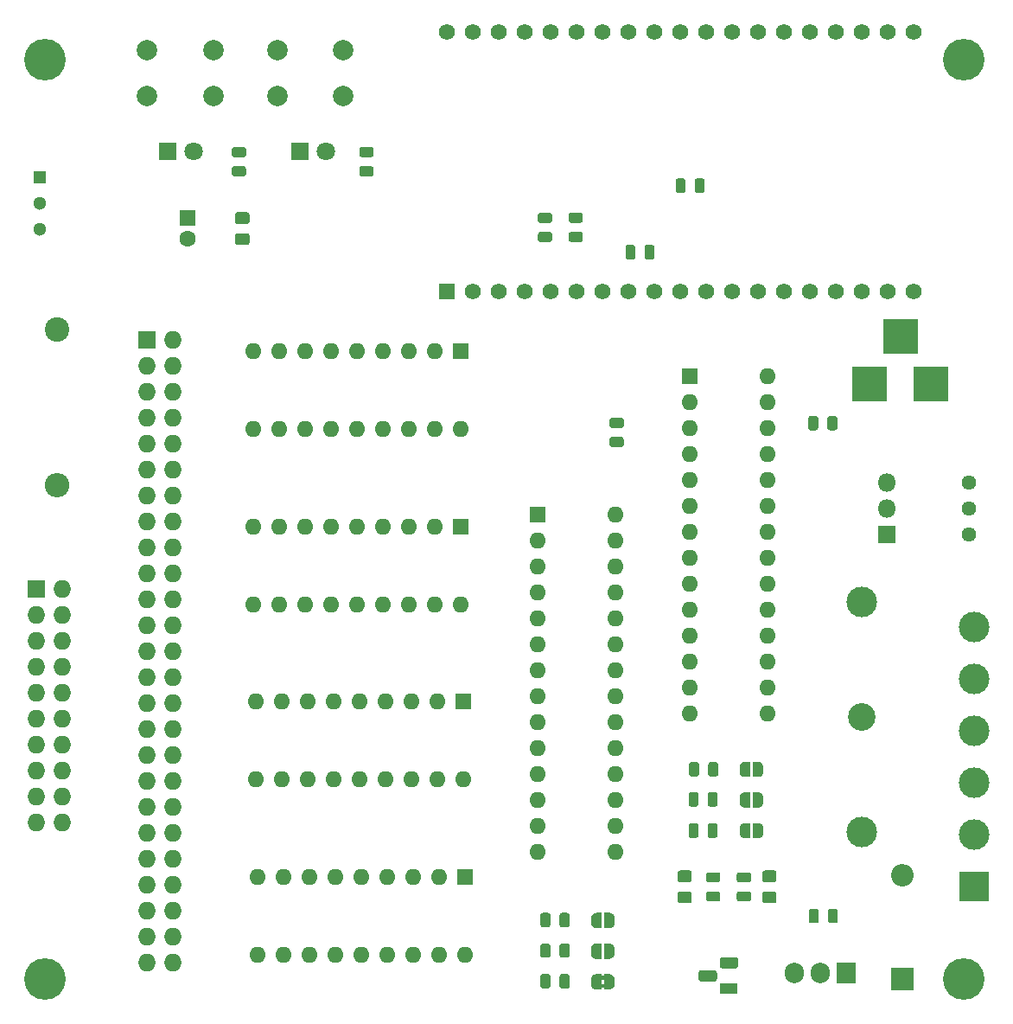
<source format=gbr>
G04 #@! TF.GenerationSoftware,KiCad,Pcbnew,(5.1.5)-3*
G04 #@! TF.CreationDate,2020-06-15T09:38:16+02:00*
G04 #@! TF.ProjectId,LAWO_ESP32,4c41574f-5f45-4535-9033-322e6b696361,rev?*
G04 #@! TF.SameCoordinates,Original*
G04 #@! TF.FileFunction,Soldermask,Top*
G04 #@! TF.FilePolarity,Negative*
%FSLAX46Y46*%
G04 Gerber Fmt 4.6, Leading zero omitted, Abs format (unit mm)*
G04 Created by KiCad (PCBNEW (5.1.5)-3) date 2020-06-15 09:38:16*
%MOMM*%
%LPD*%
G04 APERTURE LIST*
%ADD10R,1.800000X1.100000*%
%ADD11C,0.100000*%
%ADD12C,1.800000*%
%ADD13R,1.800000X1.800000*%
%ADD14C,2.000000*%
%ADD15O,1.600000X1.600000*%
%ADD16R,1.600000X1.600000*%
%ADD17C,1.600000*%
%ADD18O,2.200000X2.200000*%
%ADD19R,2.200000X2.200000*%
%ADD20C,1.300000*%
%ADD21R,1.300000X1.300000*%
%ADD22O,1.905000X2.000000*%
%ADD23R,1.905000X2.000000*%
%ADD24O,1.800000X1.800000*%
%ADD25C,1.440000*%
%ADD26C,1.560000*%
%ADD27R,1.560000X1.560000*%
%ADD28C,3.000000*%
%ADD29R,3.000000X3.000000*%
%ADD30O,2.400000X2.400000*%
%ADD31C,2.400000*%
%ADD32O,1.727200X1.727200*%
%ADD33R,1.727200X1.727200*%
%ADD34C,4.064000*%
%ADD35R,3.500000X3.500000*%
%ADD36C,2.700000*%
G04 APERTURE END LIST*
D10*
X85006000Y-108966000D03*
D11*
G36*
X85657955Y-105877324D02*
G01*
X85684650Y-105881284D01*
X85710828Y-105887841D01*
X85736238Y-105896933D01*
X85760634Y-105908472D01*
X85783782Y-105922346D01*
X85805458Y-105938422D01*
X85825454Y-105956546D01*
X85843578Y-105976542D01*
X85859654Y-105998218D01*
X85873528Y-106021366D01*
X85885067Y-106045762D01*
X85894159Y-106071172D01*
X85900716Y-106097350D01*
X85904676Y-106124045D01*
X85906000Y-106151000D01*
X85906000Y-106701000D01*
X85904676Y-106727955D01*
X85900716Y-106754650D01*
X85894159Y-106780828D01*
X85885067Y-106806238D01*
X85873528Y-106830634D01*
X85859654Y-106853782D01*
X85843578Y-106875458D01*
X85825454Y-106895454D01*
X85805458Y-106913578D01*
X85783782Y-106929654D01*
X85760634Y-106943528D01*
X85736238Y-106955067D01*
X85710828Y-106964159D01*
X85684650Y-106970716D01*
X85657955Y-106974676D01*
X85631000Y-106976000D01*
X84381000Y-106976000D01*
X84354045Y-106974676D01*
X84327350Y-106970716D01*
X84301172Y-106964159D01*
X84275762Y-106955067D01*
X84251366Y-106943528D01*
X84228218Y-106929654D01*
X84206542Y-106913578D01*
X84186546Y-106895454D01*
X84168422Y-106875458D01*
X84152346Y-106853782D01*
X84138472Y-106830634D01*
X84126933Y-106806238D01*
X84117841Y-106780828D01*
X84111284Y-106754650D01*
X84107324Y-106727955D01*
X84106000Y-106701000D01*
X84106000Y-106151000D01*
X84107324Y-106124045D01*
X84111284Y-106097350D01*
X84117841Y-106071172D01*
X84126933Y-106045762D01*
X84138472Y-106021366D01*
X84152346Y-105998218D01*
X84168422Y-105976542D01*
X84186546Y-105956546D01*
X84206542Y-105938422D01*
X84228218Y-105922346D01*
X84251366Y-105908472D01*
X84275762Y-105896933D01*
X84301172Y-105887841D01*
X84327350Y-105881284D01*
X84354045Y-105877324D01*
X84381000Y-105876000D01*
X85631000Y-105876000D01*
X85657955Y-105877324D01*
G37*
G36*
X83587955Y-107147324D02*
G01*
X83614650Y-107151284D01*
X83640828Y-107157841D01*
X83666238Y-107166933D01*
X83690634Y-107178472D01*
X83713782Y-107192346D01*
X83735458Y-107208422D01*
X83755454Y-107226546D01*
X83773578Y-107246542D01*
X83789654Y-107268218D01*
X83803528Y-107291366D01*
X83815067Y-107315762D01*
X83824159Y-107341172D01*
X83830716Y-107367350D01*
X83834676Y-107394045D01*
X83836000Y-107421000D01*
X83836000Y-107971000D01*
X83834676Y-107997955D01*
X83830716Y-108024650D01*
X83824159Y-108050828D01*
X83815067Y-108076238D01*
X83803528Y-108100634D01*
X83789654Y-108123782D01*
X83773578Y-108145458D01*
X83755454Y-108165454D01*
X83735458Y-108183578D01*
X83713782Y-108199654D01*
X83690634Y-108213528D01*
X83666238Y-108225067D01*
X83640828Y-108234159D01*
X83614650Y-108240716D01*
X83587955Y-108244676D01*
X83561000Y-108246000D01*
X82311000Y-108246000D01*
X82284045Y-108244676D01*
X82257350Y-108240716D01*
X82231172Y-108234159D01*
X82205762Y-108225067D01*
X82181366Y-108213528D01*
X82158218Y-108199654D01*
X82136542Y-108183578D01*
X82116546Y-108165454D01*
X82098422Y-108145458D01*
X82082346Y-108123782D01*
X82068472Y-108100634D01*
X82056933Y-108076238D01*
X82047841Y-108050828D01*
X82041284Y-108024650D01*
X82037324Y-107997955D01*
X82036000Y-107971000D01*
X82036000Y-107421000D01*
X82037324Y-107394045D01*
X82041284Y-107367350D01*
X82047841Y-107341172D01*
X82056933Y-107315762D01*
X82068472Y-107291366D01*
X82082346Y-107268218D01*
X82098422Y-107246542D01*
X82116546Y-107226546D01*
X82136542Y-107208422D01*
X82158218Y-107192346D01*
X82181366Y-107178472D01*
X82205762Y-107166933D01*
X82231172Y-107157841D01*
X82257350Y-107151284D01*
X82284045Y-107147324D01*
X82311000Y-107146000D01*
X83561000Y-107146000D01*
X83587955Y-107147324D01*
G37*
G36*
X75616743Y-36156574D02*
G01*
X75640404Y-36160084D01*
X75663608Y-36165896D01*
X75686130Y-36173954D01*
X75707754Y-36184182D01*
X75728271Y-36196479D01*
X75747484Y-36210729D01*
X75765208Y-36226793D01*
X75781272Y-36244517D01*
X75795522Y-36263730D01*
X75807819Y-36284247D01*
X75818047Y-36305871D01*
X75826105Y-36328393D01*
X75831917Y-36351597D01*
X75835427Y-36375258D01*
X75836601Y-36399150D01*
X75836601Y-37311650D01*
X75835427Y-37335542D01*
X75831917Y-37359203D01*
X75826105Y-37382407D01*
X75818047Y-37404929D01*
X75807819Y-37426553D01*
X75795522Y-37447070D01*
X75781272Y-37466283D01*
X75765208Y-37484007D01*
X75747484Y-37500071D01*
X75728271Y-37514321D01*
X75707754Y-37526618D01*
X75686130Y-37536846D01*
X75663608Y-37544904D01*
X75640404Y-37550716D01*
X75616743Y-37554226D01*
X75592851Y-37555400D01*
X75105351Y-37555400D01*
X75081459Y-37554226D01*
X75057798Y-37550716D01*
X75034594Y-37544904D01*
X75012072Y-37536846D01*
X74990448Y-37526618D01*
X74969931Y-37514321D01*
X74950718Y-37500071D01*
X74932994Y-37484007D01*
X74916930Y-37466283D01*
X74902680Y-37447070D01*
X74890383Y-37426553D01*
X74880155Y-37404929D01*
X74872097Y-37382407D01*
X74866285Y-37359203D01*
X74862775Y-37335542D01*
X74861601Y-37311650D01*
X74861601Y-36399150D01*
X74862775Y-36375258D01*
X74866285Y-36351597D01*
X74872097Y-36328393D01*
X74880155Y-36305871D01*
X74890383Y-36284247D01*
X74902680Y-36263730D01*
X74916930Y-36244517D01*
X74932994Y-36226793D01*
X74950718Y-36210729D01*
X74969931Y-36196479D01*
X74990448Y-36184182D01*
X75012072Y-36173954D01*
X75034594Y-36165896D01*
X75057798Y-36160084D01*
X75081459Y-36156574D01*
X75105351Y-36155400D01*
X75592851Y-36155400D01*
X75616743Y-36156574D01*
G37*
G36*
X77491743Y-36156574D02*
G01*
X77515404Y-36160084D01*
X77538608Y-36165896D01*
X77561130Y-36173954D01*
X77582754Y-36184182D01*
X77603271Y-36196479D01*
X77622484Y-36210729D01*
X77640208Y-36226793D01*
X77656272Y-36244517D01*
X77670522Y-36263730D01*
X77682819Y-36284247D01*
X77693047Y-36305871D01*
X77701105Y-36328393D01*
X77706917Y-36351597D01*
X77710427Y-36375258D01*
X77711601Y-36399150D01*
X77711601Y-37311650D01*
X77710427Y-37335542D01*
X77706917Y-37359203D01*
X77701105Y-37382407D01*
X77693047Y-37404929D01*
X77682819Y-37426553D01*
X77670522Y-37447070D01*
X77656272Y-37466283D01*
X77640208Y-37484007D01*
X77622484Y-37500071D01*
X77603271Y-37514321D01*
X77582754Y-37526618D01*
X77561130Y-37536846D01*
X77538608Y-37544904D01*
X77515404Y-37550716D01*
X77491743Y-37554226D01*
X77467851Y-37555400D01*
X76980351Y-37555400D01*
X76956459Y-37554226D01*
X76932798Y-37550716D01*
X76909594Y-37544904D01*
X76887072Y-37536846D01*
X76865448Y-37526618D01*
X76844931Y-37514321D01*
X76825718Y-37500071D01*
X76807994Y-37484007D01*
X76791930Y-37466283D01*
X76777680Y-37447070D01*
X76765383Y-37426553D01*
X76755155Y-37404929D01*
X76747097Y-37382407D01*
X76741285Y-37359203D01*
X76737775Y-37335542D01*
X76736601Y-37311650D01*
X76736601Y-36399150D01*
X76737775Y-36375258D01*
X76741285Y-36351597D01*
X76747097Y-36328393D01*
X76755155Y-36305871D01*
X76765383Y-36284247D01*
X76777680Y-36263730D01*
X76791930Y-36244517D01*
X76807994Y-36226793D01*
X76825718Y-36210729D01*
X76844931Y-36196479D01*
X76865448Y-36184182D01*
X76887072Y-36173954D01*
X76909594Y-36165896D01*
X76932798Y-36160084D01*
X76956459Y-36156574D01*
X76980351Y-36155400D01*
X77467851Y-36155400D01*
X77491743Y-36156574D01*
G37*
G36*
X80533942Y-29641474D02*
G01*
X80557603Y-29644984D01*
X80580807Y-29650796D01*
X80603329Y-29658854D01*
X80624953Y-29669082D01*
X80645470Y-29681379D01*
X80664683Y-29695629D01*
X80682407Y-29711693D01*
X80698471Y-29729417D01*
X80712721Y-29748630D01*
X80725018Y-29769147D01*
X80735246Y-29790771D01*
X80743304Y-29813293D01*
X80749116Y-29836497D01*
X80752626Y-29860158D01*
X80753800Y-29884050D01*
X80753800Y-30796550D01*
X80752626Y-30820442D01*
X80749116Y-30844103D01*
X80743304Y-30867307D01*
X80735246Y-30889829D01*
X80725018Y-30911453D01*
X80712721Y-30931970D01*
X80698471Y-30951183D01*
X80682407Y-30968907D01*
X80664683Y-30984971D01*
X80645470Y-30999221D01*
X80624953Y-31011518D01*
X80603329Y-31021746D01*
X80580807Y-31029804D01*
X80557603Y-31035616D01*
X80533942Y-31039126D01*
X80510050Y-31040300D01*
X80022550Y-31040300D01*
X79998658Y-31039126D01*
X79974997Y-31035616D01*
X79951793Y-31029804D01*
X79929271Y-31021746D01*
X79907647Y-31011518D01*
X79887130Y-30999221D01*
X79867917Y-30984971D01*
X79850193Y-30968907D01*
X79834129Y-30951183D01*
X79819879Y-30931970D01*
X79807582Y-30911453D01*
X79797354Y-30889829D01*
X79789296Y-30867307D01*
X79783484Y-30844103D01*
X79779974Y-30820442D01*
X79778800Y-30796550D01*
X79778800Y-29884050D01*
X79779974Y-29860158D01*
X79783484Y-29836497D01*
X79789296Y-29813293D01*
X79797354Y-29790771D01*
X79807582Y-29769147D01*
X79819879Y-29748630D01*
X79834129Y-29729417D01*
X79850193Y-29711693D01*
X79867917Y-29695629D01*
X79887130Y-29681379D01*
X79907647Y-29669082D01*
X79929271Y-29658854D01*
X79951793Y-29650796D01*
X79974997Y-29644984D01*
X79998658Y-29641474D01*
X80022550Y-29640300D01*
X80510050Y-29640300D01*
X80533942Y-29641474D01*
G37*
G36*
X82408942Y-29641474D02*
G01*
X82432603Y-29644984D01*
X82455807Y-29650796D01*
X82478329Y-29658854D01*
X82499953Y-29669082D01*
X82520470Y-29681379D01*
X82539683Y-29695629D01*
X82557407Y-29711693D01*
X82573471Y-29729417D01*
X82587721Y-29748630D01*
X82600018Y-29769147D01*
X82610246Y-29790771D01*
X82618304Y-29813293D01*
X82624116Y-29836497D01*
X82627626Y-29860158D01*
X82628800Y-29884050D01*
X82628800Y-30796550D01*
X82627626Y-30820442D01*
X82624116Y-30844103D01*
X82618304Y-30867307D01*
X82610246Y-30889829D01*
X82600018Y-30911453D01*
X82587721Y-30931970D01*
X82573471Y-30951183D01*
X82557407Y-30968907D01*
X82539683Y-30984971D01*
X82520470Y-30999221D01*
X82499953Y-31011518D01*
X82478329Y-31021746D01*
X82455807Y-31029804D01*
X82432603Y-31035616D01*
X82408942Y-31039126D01*
X82385050Y-31040300D01*
X81897550Y-31040300D01*
X81873658Y-31039126D01*
X81849997Y-31035616D01*
X81826793Y-31029804D01*
X81804271Y-31021746D01*
X81782647Y-31011518D01*
X81762130Y-30999221D01*
X81742917Y-30984971D01*
X81725193Y-30968907D01*
X81709129Y-30951183D01*
X81694879Y-30931970D01*
X81682582Y-30911453D01*
X81672354Y-30889829D01*
X81664296Y-30867307D01*
X81658484Y-30844103D01*
X81654974Y-30820442D01*
X81653800Y-30796550D01*
X81653800Y-29884050D01*
X81654974Y-29860158D01*
X81658484Y-29836497D01*
X81664296Y-29813293D01*
X81672354Y-29790771D01*
X81682582Y-29769147D01*
X81694879Y-29748630D01*
X81709129Y-29729417D01*
X81725193Y-29711693D01*
X81742917Y-29695629D01*
X81762130Y-29681379D01*
X81782647Y-29669082D01*
X81804271Y-29658854D01*
X81826793Y-29650796D01*
X81849997Y-29644984D01*
X81873658Y-29641474D01*
X81897550Y-29640300D01*
X82385050Y-29640300D01*
X82408942Y-29641474D01*
G37*
G36*
X67480142Y-34889074D02*
G01*
X67503803Y-34892584D01*
X67527007Y-34898396D01*
X67549529Y-34906454D01*
X67571153Y-34916682D01*
X67591670Y-34928979D01*
X67610883Y-34943229D01*
X67628607Y-34959293D01*
X67644671Y-34977017D01*
X67658921Y-34996230D01*
X67671218Y-35016747D01*
X67681446Y-35038371D01*
X67689504Y-35060893D01*
X67695316Y-35084097D01*
X67698826Y-35107758D01*
X67700000Y-35131650D01*
X67700000Y-35619150D01*
X67698826Y-35643042D01*
X67695316Y-35666703D01*
X67689504Y-35689907D01*
X67681446Y-35712429D01*
X67671218Y-35734053D01*
X67658921Y-35754570D01*
X67644671Y-35773783D01*
X67628607Y-35791507D01*
X67610883Y-35807571D01*
X67591670Y-35821821D01*
X67571153Y-35834118D01*
X67549529Y-35844346D01*
X67527007Y-35852404D01*
X67503803Y-35858216D01*
X67480142Y-35861726D01*
X67456250Y-35862900D01*
X66543750Y-35862900D01*
X66519858Y-35861726D01*
X66496197Y-35858216D01*
X66472993Y-35852404D01*
X66450471Y-35844346D01*
X66428847Y-35834118D01*
X66408330Y-35821821D01*
X66389117Y-35807571D01*
X66371393Y-35791507D01*
X66355329Y-35773783D01*
X66341079Y-35754570D01*
X66328782Y-35734053D01*
X66318554Y-35712429D01*
X66310496Y-35689907D01*
X66304684Y-35666703D01*
X66301174Y-35643042D01*
X66300000Y-35619150D01*
X66300000Y-35131650D01*
X66301174Y-35107758D01*
X66304684Y-35084097D01*
X66310496Y-35060893D01*
X66318554Y-35038371D01*
X66328782Y-35016747D01*
X66341079Y-34996230D01*
X66355329Y-34977017D01*
X66371393Y-34959293D01*
X66389117Y-34943229D01*
X66408330Y-34928979D01*
X66428847Y-34916682D01*
X66450471Y-34906454D01*
X66472993Y-34898396D01*
X66496197Y-34892584D01*
X66519858Y-34889074D01*
X66543750Y-34887900D01*
X67456250Y-34887900D01*
X67480142Y-34889074D01*
G37*
G36*
X67480142Y-33014074D02*
G01*
X67503803Y-33017584D01*
X67527007Y-33023396D01*
X67549529Y-33031454D01*
X67571153Y-33041682D01*
X67591670Y-33053979D01*
X67610883Y-33068229D01*
X67628607Y-33084293D01*
X67644671Y-33102017D01*
X67658921Y-33121230D01*
X67671218Y-33141747D01*
X67681446Y-33163371D01*
X67689504Y-33185893D01*
X67695316Y-33209097D01*
X67698826Y-33232758D01*
X67700000Y-33256650D01*
X67700000Y-33744150D01*
X67698826Y-33768042D01*
X67695316Y-33791703D01*
X67689504Y-33814907D01*
X67681446Y-33837429D01*
X67671218Y-33859053D01*
X67658921Y-33879570D01*
X67644671Y-33898783D01*
X67628607Y-33916507D01*
X67610883Y-33932571D01*
X67591670Y-33946821D01*
X67571153Y-33959118D01*
X67549529Y-33969346D01*
X67527007Y-33977404D01*
X67503803Y-33983216D01*
X67480142Y-33986726D01*
X67456250Y-33987900D01*
X66543750Y-33987900D01*
X66519858Y-33986726D01*
X66496197Y-33983216D01*
X66472993Y-33977404D01*
X66450471Y-33969346D01*
X66428847Y-33959118D01*
X66408330Y-33946821D01*
X66389117Y-33932571D01*
X66371393Y-33916507D01*
X66355329Y-33898783D01*
X66341079Y-33879570D01*
X66328782Y-33859053D01*
X66318554Y-33837429D01*
X66310496Y-33814907D01*
X66304684Y-33791703D01*
X66301174Y-33768042D01*
X66300000Y-33744150D01*
X66300000Y-33256650D01*
X66301174Y-33232758D01*
X66304684Y-33209097D01*
X66310496Y-33185893D01*
X66318554Y-33163371D01*
X66328782Y-33141747D01*
X66341079Y-33121230D01*
X66355329Y-33102017D01*
X66371393Y-33084293D01*
X66389117Y-33068229D01*
X66408330Y-33053979D01*
X66428847Y-33041682D01*
X66450471Y-33031454D01*
X66472993Y-33023396D01*
X66496197Y-33017584D01*
X66519858Y-33014074D01*
X66543750Y-33012900D01*
X67456250Y-33012900D01*
X67480142Y-33014074D01*
G37*
G36*
X70482542Y-34880874D02*
G01*
X70506203Y-34884384D01*
X70529407Y-34890196D01*
X70551929Y-34898254D01*
X70573553Y-34908482D01*
X70594070Y-34920779D01*
X70613283Y-34935029D01*
X70631007Y-34951093D01*
X70647071Y-34968817D01*
X70661321Y-34988030D01*
X70673618Y-35008547D01*
X70683846Y-35030171D01*
X70691904Y-35052693D01*
X70697716Y-35075897D01*
X70701226Y-35099558D01*
X70702400Y-35123450D01*
X70702400Y-35610950D01*
X70701226Y-35634842D01*
X70697716Y-35658503D01*
X70691904Y-35681707D01*
X70683846Y-35704229D01*
X70673618Y-35725853D01*
X70661321Y-35746370D01*
X70647071Y-35765583D01*
X70631007Y-35783307D01*
X70613283Y-35799371D01*
X70594070Y-35813621D01*
X70573553Y-35825918D01*
X70551929Y-35836146D01*
X70529407Y-35844204D01*
X70506203Y-35850016D01*
X70482542Y-35853526D01*
X70458650Y-35854700D01*
X69546150Y-35854700D01*
X69522258Y-35853526D01*
X69498597Y-35850016D01*
X69475393Y-35844204D01*
X69452871Y-35836146D01*
X69431247Y-35825918D01*
X69410730Y-35813621D01*
X69391517Y-35799371D01*
X69373793Y-35783307D01*
X69357729Y-35765583D01*
X69343479Y-35746370D01*
X69331182Y-35725853D01*
X69320954Y-35704229D01*
X69312896Y-35681707D01*
X69307084Y-35658503D01*
X69303574Y-35634842D01*
X69302400Y-35610950D01*
X69302400Y-35123450D01*
X69303574Y-35099558D01*
X69307084Y-35075897D01*
X69312896Y-35052693D01*
X69320954Y-35030171D01*
X69331182Y-35008547D01*
X69343479Y-34988030D01*
X69357729Y-34968817D01*
X69373793Y-34951093D01*
X69391517Y-34935029D01*
X69410730Y-34920779D01*
X69431247Y-34908482D01*
X69452871Y-34898254D01*
X69475393Y-34890196D01*
X69498597Y-34884384D01*
X69522258Y-34880874D01*
X69546150Y-34879700D01*
X70458650Y-34879700D01*
X70482542Y-34880874D01*
G37*
G36*
X70482542Y-33005874D02*
G01*
X70506203Y-33009384D01*
X70529407Y-33015196D01*
X70551929Y-33023254D01*
X70573553Y-33033482D01*
X70594070Y-33045779D01*
X70613283Y-33060029D01*
X70631007Y-33076093D01*
X70647071Y-33093817D01*
X70661321Y-33113030D01*
X70673618Y-33133547D01*
X70683846Y-33155171D01*
X70691904Y-33177693D01*
X70697716Y-33200897D01*
X70701226Y-33224558D01*
X70702400Y-33248450D01*
X70702400Y-33735950D01*
X70701226Y-33759842D01*
X70697716Y-33783503D01*
X70691904Y-33806707D01*
X70683846Y-33829229D01*
X70673618Y-33850853D01*
X70661321Y-33871370D01*
X70647071Y-33890583D01*
X70631007Y-33908307D01*
X70613283Y-33924371D01*
X70594070Y-33938621D01*
X70573553Y-33950918D01*
X70551929Y-33961146D01*
X70529407Y-33969204D01*
X70506203Y-33975016D01*
X70482542Y-33978526D01*
X70458650Y-33979700D01*
X69546150Y-33979700D01*
X69522258Y-33978526D01*
X69498597Y-33975016D01*
X69475393Y-33969204D01*
X69452871Y-33961146D01*
X69431247Y-33950918D01*
X69410730Y-33938621D01*
X69391517Y-33924371D01*
X69373793Y-33908307D01*
X69357729Y-33890583D01*
X69343479Y-33871370D01*
X69331182Y-33850853D01*
X69320954Y-33829229D01*
X69312896Y-33806707D01*
X69307084Y-33783503D01*
X69303574Y-33759842D01*
X69302400Y-33735950D01*
X69302400Y-33248450D01*
X69303574Y-33224558D01*
X69307084Y-33200897D01*
X69312896Y-33177693D01*
X69320954Y-33155171D01*
X69331182Y-33133547D01*
X69343479Y-33113030D01*
X69357729Y-33093817D01*
X69373793Y-33076093D01*
X69391517Y-33060029D01*
X69410730Y-33045779D01*
X69431247Y-33033482D01*
X69452871Y-33023254D01*
X69475393Y-33015196D01*
X69498597Y-33009384D01*
X69522258Y-33005874D01*
X69546150Y-33004700D01*
X70458650Y-33004700D01*
X70482542Y-33005874D01*
G37*
G36*
X49980142Y-28451174D02*
G01*
X50003803Y-28454684D01*
X50027007Y-28460496D01*
X50049529Y-28468554D01*
X50071153Y-28478782D01*
X50091670Y-28491079D01*
X50110883Y-28505329D01*
X50128607Y-28521393D01*
X50144671Y-28539117D01*
X50158921Y-28558330D01*
X50171218Y-28578847D01*
X50181446Y-28600471D01*
X50189504Y-28622993D01*
X50195316Y-28646197D01*
X50198826Y-28669858D01*
X50200000Y-28693750D01*
X50200000Y-29181250D01*
X50198826Y-29205142D01*
X50195316Y-29228803D01*
X50189504Y-29252007D01*
X50181446Y-29274529D01*
X50171218Y-29296153D01*
X50158921Y-29316670D01*
X50144671Y-29335883D01*
X50128607Y-29353607D01*
X50110883Y-29369671D01*
X50091670Y-29383921D01*
X50071153Y-29396218D01*
X50049529Y-29406446D01*
X50027007Y-29414504D01*
X50003803Y-29420316D01*
X49980142Y-29423826D01*
X49956250Y-29425000D01*
X49043750Y-29425000D01*
X49019858Y-29423826D01*
X48996197Y-29420316D01*
X48972993Y-29414504D01*
X48950471Y-29406446D01*
X48928847Y-29396218D01*
X48908330Y-29383921D01*
X48889117Y-29369671D01*
X48871393Y-29353607D01*
X48855329Y-29335883D01*
X48841079Y-29316670D01*
X48828782Y-29296153D01*
X48818554Y-29274529D01*
X48810496Y-29252007D01*
X48804684Y-29228803D01*
X48801174Y-29205142D01*
X48800000Y-29181250D01*
X48800000Y-28693750D01*
X48801174Y-28669858D01*
X48804684Y-28646197D01*
X48810496Y-28622993D01*
X48818554Y-28600471D01*
X48828782Y-28578847D01*
X48841079Y-28558330D01*
X48855329Y-28539117D01*
X48871393Y-28521393D01*
X48889117Y-28505329D01*
X48908330Y-28491079D01*
X48928847Y-28478782D01*
X48950471Y-28468554D01*
X48972993Y-28460496D01*
X48996197Y-28454684D01*
X49019858Y-28451174D01*
X49043750Y-28450000D01*
X49956250Y-28450000D01*
X49980142Y-28451174D01*
G37*
G36*
X49980142Y-26576174D02*
G01*
X50003803Y-26579684D01*
X50027007Y-26585496D01*
X50049529Y-26593554D01*
X50071153Y-26603782D01*
X50091670Y-26616079D01*
X50110883Y-26630329D01*
X50128607Y-26646393D01*
X50144671Y-26664117D01*
X50158921Y-26683330D01*
X50171218Y-26703847D01*
X50181446Y-26725471D01*
X50189504Y-26747993D01*
X50195316Y-26771197D01*
X50198826Y-26794858D01*
X50200000Y-26818750D01*
X50200000Y-27306250D01*
X50198826Y-27330142D01*
X50195316Y-27353803D01*
X50189504Y-27377007D01*
X50181446Y-27399529D01*
X50171218Y-27421153D01*
X50158921Y-27441670D01*
X50144671Y-27460883D01*
X50128607Y-27478607D01*
X50110883Y-27494671D01*
X50091670Y-27508921D01*
X50071153Y-27521218D01*
X50049529Y-27531446D01*
X50027007Y-27539504D01*
X50003803Y-27545316D01*
X49980142Y-27548826D01*
X49956250Y-27550000D01*
X49043750Y-27550000D01*
X49019858Y-27548826D01*
X48996197Y-27545316D01*
X48972993Y-27539504D01*
X48950471Y-27531446D01*
X48928847Y-27521218D01*
X48908330Y-27508921D01*
X48889117Y-27494671D01*
X48871393Y-27478607D01*
X48855329Y-27460883D01*
X48841079Y-27441670D01*
X48828782Y-27421153D01*
X48818554Y-27399529D01*
X48810496Y-27377007D01*
X48804684Y-27353803D01*
X48801174Y-27330142D01*
X48800000Y-27306250D01*
X48800000Y-26818750D01*
X48801174Y-26794858D01*
X48804684Y-26771197D01*
X48810496Y-26747993D01*
X48818554Y-26725471D01*
X48828782Y-26703847D01*
X48841079Y-26683330D01*
X48855329Y-26664117D01*
X48871393Y-26646393D01*
X48889117Y-26630329D01*
X48908330Y-26616079D01*
X48928847Y-26603782D01*
X48950471Y-26593554D01*
X48972993Y-26585496D01*
X48996197Y-26579684D01*
X49019858Y-26576174D01*
X49043750Y-26575000D01*
X49956250Y-26575000D01*
X49980142Y-26576174D01*
G37*
D12*
X45540000Y-27000000D03*
D13*
X43000000Y-27000000D03*
D11*
G36*
X37480142Y-26576174D02*
G01*
X37503803Y-26579684D01*
X37527007Y-26585496D01*
X37549529Y-26593554D01*
X37571153Y-26603782D01*
X37591670Y-26616079D01*
X37610883Y-26630329D01*
X37628607Y-26646393D01*
X37644671Y-26664117D01*
X37658921Y-26683330D01*
X37671218Y-26703847D01*
X37681446Y-26725471D01*
X37689504Y-26747993D01*
X37695316Y-26771197D01*
X37698826Y-26794858D01*
X37700000Y-26818750D01*
X37700000Y-27306250D01*
X37698826Y-27330142D01*
X37695316Y-27353803D01*
X37689504Y-27377007D01*
X37681446Y-27399529D01*
X37671218Y-27421153D01*
X37658921Y-27441670D01*
X37644671Y-27460883D01*
X37628607Y-27478607D01*
X37610883Y-27494671D01*
X37591670Y-27508921D01*
X37571153Y-27521218D01*
X37549529Y-27531446D01*
X37527007Y-27539504D01*
X37503803Y-27545316D01*
X37480142Y-27548826D01*
X37456250Y-27550000D01*
X36543750Y-27550000D01*
X36519858Y-27548826D01*
X36496197Y-27545316D01*
X36472993Y-27539504D01*
X36450471Y-27531446D01*
X36428847Y-27521218D01*
X36408330Y-27508921D01*
X36389117Y-27494671D01*
X36371393Y-27478607D01*
X36355329Y-27460883D01*
X36341079Y-27441670D01*
X36328782Y-27421153D01*
X36318554Y-27399529D01*
X36310496Y-27377007D01*
X36304684Y-27353803D01*
X36301174Y-27330142D01*
X36300000Y-27306250D01*
X36300000Y-26818750D01*
X36301174Y-26794858D01*
X36304684Y-26771197D01*
X36310496Y-26747993D01*
X36318554Y-26725471D01*
X36328782Y-26703847D01*
X36341079Y-26683330D01*
X36355329Y-26664117D01*
X36371393Y-26646393D01*
X36389117Y-26630329D01*
X36408330Y-26616079D01*
X36428847Y-26603782D01*
X36450471Y-26593554D01*
X36472993Y-26585496D01*
X36496197Y-26579684D01*
X36519858Y-26576174D01*
X36543750Y-26575000D01*
X37456250Y-26575000D01*
X37480142Y-26576174D01*
G37*
G36*
X37480142Y-28451174D02*
G01*
X37503803Y-28454684D01*
X37527007Y-28460496D01*
X37549529Y-28468554D01*
X37571153Y-28478782D01*
X37591670Y-28491079D01*
X37610883Y-28505329D01*
X37628607Y-28521393D01*
X37644671Y-28539117D01*
X37658921Y-28558330D01*
X37671218Y-28578847D01*
X37681446Y-28600471D01*
X37689504Y-28622993D01*
X37695316Y-28646197D01*
X37698826Y-28669858D01*
X37700000Y-28693750D01*
X37700000Y-29181250D01*
X37698826Y-29205142D01*
X37695316Y-29228803D01*
X37689504Y-29252007D01*
X37681446Y-29274529D01*
X37671218Y-29296153D01*
X37658921Y-29316670D01*
X37644671Y-29335883D01*
X37628607Y-29353607D01*
X37610883Y-29369671D01*
X37591670Y-29383921D01*
X37571153Y-29396218D01*
X37549529Y-29406446D01*
X37527007Y-29414504D01*
X37503803Y-29420316D01*
X37480142Y-29423826D01*
X37456250Y-29425000D01*
X36543750Y-29425000D01*
X36519858Y-29423826D01*
X36496197Y-29420316D01*
X36472993Y-29414504D01*
X36450471Y-29406446D01*
X36428847Y-29396218D01*
X36408330Y-29383921D01*
X36389117Y-29369671D01*
X36371393Y-29353607D01*
X36355329Y-29335883D01*
X36341079Y-29316670D01*
X36328782Y-29296153D01*
X36318554Y-29274529D01*
X36310496Y-29252007D01*
X36304684Y-29228803D01*
X36301174Y-29205142D01*
X36300000Y-29181250D01*
X36300000Y-28693750D01*
X36301174Y-28669858D01*
X36304684Y-28646197D01*
X36310496Y-28622993D01*
X36318554Y-28600471D01*
X36328782Y-28578847D01*
X36341079Y-28558330D01*
X36355329Y-28539117D01*
X36371393Y-28521393D01*
X36389117Y-28505329D01*
X36408330Y-28491079D01*
X36428847Y-28478782D01*
X36450471Y-28468554D01*
X36472993Y-28460496D01*
X36496197Y-28454684D01*
X36519858Y-28451174D01*
X36543750Y-28450000D01*
X37456250Y-28450000D01*
X37480142Y-28451174D01*
G37*
D12*
X32540000Y-27000000D03*
D13*
X30000000Y-27000000D03*
D14*
X47244000Y-17090000D03*
X47244000Y-21590000D03*
X40744000Y-17090000D03*
X40744000Y-21590000D03*
X34500000Y-17090000D03*
X34500000Y-21590000D03*
X28000000Y-17090000D03*
X28000000Y-21590000D03*
D15*
X88788000Y-48988000D03*
X81168000Y-82008000D03*
X88788000Y-51528000D03*
X81168000Y-79468000D03*
X88788000Y-54068000D03*
X81168000Y-76928000D03*
X88788000Y-56608000D03*
X81168000Y-74388000D03*
X88788000Y-59148000D03*
X81168000Y-71848000D03*
X88788000Y-61688000D03*
X81168000Y-69308000D03*
X88788000Y-64228000D03*
X81168000Y-66768000D03*
X88788000Y-66768000D03*
X81168000Y-64228000D03*
X88788000Y-69308000D03*
X81168000Y-61688000D03*
X88788000Y-71848000D03*
X81168000Y-59148000D03*
X88788000Y-74388000D03*
X81168000Y-56608000D03*
X88788000Y-76928000D03*
X81168000Y-54068000D03*
X88788000Y-79468000D03*
X81168000Y-51528000D03*
X88788000Y-82008000D03*
D16*
X81168000Y-48988000D03*
D15*
X73888000Y-62588000D03*
X66268000Y-95608000D03*
X73888000Y-65128000D03*
X66268000Y-93068000D03*
X73888000Y-67668000D03*
X66268000Y-90528000D03*
X73888000Y-70208000D03*
X66268000Y-87988000D03*
X73888000Y-72748000D03*
X66268000Y-85448000D03*
X73888000Y-75288000D03*
X66268000Y-82908000D03*
X73888000Y-77828000D03*
X66268000Y-80368000D03*
X73888000Y-80368000D03*
X66268000Y-77828000D03*
X73888000Y-82908000D03*
X66268000Y-75288000D03*
X73888000Y-85448000D03*
X66268000Y-72748000D03*
X73888000Y-87988000D03*
X66268000Y-70208000D03*
X73888000Y-90528000D03*
X66268000Y-67668000D03*
X73888000Y-93068000D03*
X66268000Y-65128000D03*
X73888000Y-95608000D03*
D16*
X66268000Y-62588000D03*
X32004000Y-33528000D03*
D17*
X32004000Y-35528000D03*
D18*
X102000000Y-97840000D03*
D19*
X102000000Y-108000000D03*
D20*
X17500000Y-32040000D03*
D21*
X17500000Y-29500000D03*
D20*
X17500000Y-34580000D03*
D22*
X91420000Y-107400000D03*
X93960000Y-107400000D03*
D23*
X96500000Y-107400000D03*
D15*
X58968000Y-88474700D03*
X38648000Y-80854700D03*
X56428000Y-88474700D03*
X41188000Y-80854700D03*
X53888000Y-88474700D03*
X43728000Y-80854700D03*
X51348000Y-88474700D03*
X46268000Y-80854700D03*
X48808000Y-88474700D03*
X48808000Y-80854700D03*
X46268000Y-88474700D03*
X51348000Y-80854700D03*
X43728000Y-88474700D03*
X53888000Y-80854700D03*
X41188000Y-88474700D03*
X56428000Y-80854700D03*
X38648000Y-88474700D03*
D16*
X58968000Y-80854700D03*
D15*
X58768000Y-54208000D03*
X38448000Y-46588000D03*
X56228000Y-54208000D03*
X40988000Y-46588000D03*
X53688000Y-54208000D03*
X43528000Y-46588000D03*
X51148000Y-54208000D03*
X46068000Y-46588000D03*
X48608000Y-54208000D03*
X48608000Y-46588000D03*
X46068000Y-54208000D03*
X51148000Y-46588000D03*
X43528000Y-54208000D03*
X53688000Y-46588000D03*
X40988000Y-54208000D03*
X56228000Y-46588000D03*
X38448000Y-54208000D03*
D16*
X58768000Y-46588000D03*
D15*
X59168000Y-105608000D03*
X38848000Y-97988000D03*
X56628000Y-105608000D03*
X41388000Y-97988000D03*
X54088000Y-105608000D03*
X43928000Y-97988000D03*
X51548000Y-105608000D03*
X46468000Y-97988000D03*
X49008000Y-105608000D03*
X49008000Y-97988000D03*
X46468000Y-105608000D03*
X51548000Y-97988000D03*
X43928000Y-105608000D03*
X54088000Y-97988000D03*
X41388000Y-105608000D03*
X56628000Y-97988000D03*
X38848000Y-105608000D03*
D16*
X59168000Y-97988000D03*
D15*
X58768000Y-71341300D03*
X38448000Y-63721300D03*
X56228000Y-71341300D03*
X40988000Y-63721300D03*
X53688000Y-71341300D03*
X43528000Y-63721300D03*
X51148000Y-71341300D03*
X46068000Y-63721300D03*
X48608000Y-71341300D03*
X48608000Y-63721300D03*
X46068000Y-71341300D03*
X51148000Y-63721300D03*
X43528000Y-71341300D03*
X53688000Y-63721300D03*
X40988000Y-71341300D03*
X56228000Y-63721300D03*
X38448000Y-71341300D03*
D16*
X58768000Y-63721300D03*
D13*
X100500000Y-64500000D03*
D24*
X100500000Y-61960000D03*
X100500000Y-59420000D03*
D11*
G36*
X93530142Y-52901174D02*
G01*
X93553803Y-52904684D01*
X93577007Y-52910496D01*
X93599529Y-52918554D01*
X93621153Y-52928782D01*
X93641670Y-52941079D01*
X93660883Y-52955329D01*
X93678607Y-52971393D01*
X93694671Y-52989117D01*
X93708921Y-53008330D01*
X93721218Y-53028847D01*
X93731446Y-53050471D01*
X93739504Y-53072993D01*
X93745316Y-53096197D01*
X93748826Y-53119858D01*
X93750000Y-53143750D01*
X93750000Y-54056250D01*
X93748826Y-54080142D01*
X93745316Y-54103803D01*
X93739504Y-54127007D01*
X93731446Y-54149529D01*
X93721218Y-54171153D01*
X93708921Y-54191670D01*
X93694671Y-54210883D01*
X93678607Y-54228607D01*
X93660883Y-54244671D01*
X93641670Y-54258921D01*
X93621153Y-54271218D01*
X93599529Y-54281446D01*
X93577007Y-54289504D01*
X93553803Y-54295316D01*
X93530142Y-54298826D01*
X93506250Y-54300000D01*
X93018750Y-54300000D01*
X92994858Y-54298826D01*
X92971197Y-54295316D01*
X92947993Y-54289504D01*
X92925471Y-54281446D01*
X92903847Y-54271218D01*
X92883330Y-54258921D01*
X92864117Y-54244671D01*
X92846393Y-54228607D01*
X92830329Y-54210883D01*
X92816079Y-54191670D01*
X92803782Y-54171153D01*
X92793554Y-54149529D01*
X92785496Y-54127007D01*
X92779684Y-54103803D01*
X92776174Y-54080142D01*
X92775000Y-54056250D01*
X92775000Y-53143750D01*
X92776174Y-53119858D01*
X92779684Y-53096197D01*
X92785496Y-53072993D01*
X92793554Y-53050471D01*
X92803782Y-53028847D01*
X92816079Y-53008330D01*
X92830329Y-52989117D01*
X92846393Y-52971393D01*
X92864117Y-52955329D01*
X92883330Y-52941079D01*
X92903847Y-52928782D01*
X92925471Y-52918554D01*
X92947993Y-52910496D01*
X92971197Y-52904684D01*
X92994858Y-52901174D01*
X93018750Y-52900000D01*
X93506250Y-52900000D01*
X93530142Y-52901174D01*
G37*
G36*
X95405142Y-52901174D02*
G01*
X95428803Y-52904684D01*
X95452007Y-52910496D01*
X95474529Y-52918554D01*
X95496153Y-52928782D01*
X95516670Y-52941079D01*
X95535883Y-52955329D01*
X95553607Y-52971393D01*
X95569671Y-52989117D01*
X95583921Y-53008330D01*
X95596218Y-53028847D01*
X95606446Y-53050471D01*
X95614504Y-53072993D01*
X95620316Y-53096197D01*
X95623826Y-53119858D01*
X95625000Y-53143750D01*
X95625000Y-54056250D01*
X95623826Y-54080142D01*
X95620316Y-54103803D01*
X95614504Y-54127007D01*
X95606446Y-54149529D01*
X95596218Y-54171153D01*
X95583921Y-54191670D01*
X95569671Y-54210883D01*
X95553607Y-54228607D01*
X95535883Y-54244671D01*
X95516670Y-54258921D01*
X95496153Y-54271218D01*
X95474529Y-54281446D01*
X95452007Y-54289504D01*
X95428803Y-54295316D01*
X95405142Y-54298826D01*
X95381250Y-54300000D01*
X94893750Y-54300000D01*
X94869858Y-54298826D01*
X94846197Y-54295316D01*
X94822993Y-54289504D01*
X94800471Y-54281446D01*
X94778847Y-54271218D01*
X94758330Y-54258921D01*
X94739117Y-54244671D01*
X94721393Y-54228607D01*
X94705329Y-54210883D01*
X94691079Y-54191670D01*
X94678782Y-54171153D01*
X94668554Y-54149529D01*
X94660496Y-54127007D01*
X94654684Y-54103803D01*
X94651174Y-54080142D01*
X94650000Y-54056250D01*
X94650000Y-53143750D01*
X94651174Y-53119858D01*
X94654684Y-53096197D01*
X94660496Y-53072993D01*
X94668554Y-53050471D01*
X94678782Y-53028847D01*
X94691079Y-53008330D01*
X94705329Y-52989117D01*
X94721393Y-52971393D01*
X94739117Y-52955329D01*
X94758330Y-52941079D01*
X94778847Y-52928782D01*
X94800471Y-52918554D01*
X94822993Y-52910496D01*
X94846197Y-52904684D01*
X94869858Y-52901174D01*
X94893750Y-52900000D01*
X95381250Y-52900000D01*
X95405142Y-52901174D01*
G37*
G36*
X95463142Y-101155174D02*
G01*
X95486803Y-101158684D01*
X95510007Y-101164496D01*
X95532529Y-101172554D01*
X95554153Y-101182782D01*
X95574670Y-101195079D01*
X95593883Y-101209329D01*
X95611607Y-101225393D01*
X95627671Y-101243117D01*
X95641921Y-101262330D01*
X95654218Y-101282847D01*
X95664446Y-101304471D01*
X95672504Y-101326993D01*
X95678316Y-101350197D01*
X95681826Y-101373858D01*
X95683000Y-101397750D01*
X95683000Y-102310250D01*
X95681826Y-102334142D01*
X95678316Y-102357803D01*
X95672504Y-102381007D01*
X95664446Y-102403529D01*
X95654218Y-102425153D01*
X95641921Y-102445670D01*
X95627671Y-102464883D01*
X95611607Y-102482607D01*
X95593883Y-102498671D01*
X95574670Y-102512921D01*
X95554153Y-102525218D01*
X95532529Y-102535446D01*
X95510007Y-102543504D01*
X95486803Y-102549316D01*
X95463142Y-102552826D01*
X95439250Y-102554000D01*
X94951750Y-102554000D01*
X94927858Y-102552826D01*
X94904197Y-102549316D01*
X94880993Y-102543504D01*
X94858471Y-102535446D01*
X94836847Y-102525218D01*
X94816330Y-102512921D01*
X94797117Y-102498671D01*
X94779393Y-102482607D01*
X94763329Y-102464883D01*
X94749079Y-102445670D01*
X94736782Y-102425153D01*
X94726554Y-102403529D01*
X94718496Y-102381007D01*
X94712684Y-102357803D01*
X94709174Y-102334142D01*
X94708000Y-102310250D01*
X94708000Y-101397750D01*
X94709174Y-101373858D01*
X94712684Y-101350197D01*
X94718496Y-101326993D01*
X94726554Y-101304471D01*
X94736782Y-101282847D01*
X94749079Y-101262330D01*
X94763329Y-101243117D01*
X94779393Y-101225393D01*
X94797117Y-101209329D01*
X94816330Y-101195079D01*
X94836847Y-101182782D01*
X94858471Y-101172554D01*
X94880993Y-101164496D01*
X94904197Y-101158684D01*
X94927858Y-101155174D01*
X94951750Y-101154000D01*
X95439250Y-101154000D01*
X95463142Y-101155174D01*
G37*
G36*
X93588142Y-101155174D02*
G01*
X93611803Y-101158684D01*
X93635007Y-101164496D01*
X93657529Y-101172554D01*
X93679153Y-101182782D01*
X93699670Y-101195079D01*
X93718883Y-101209329D01*
X93736607Y-101225393D01*
X93752671Y-101243117D01*
X93766921Y-101262330D01*
X93779218Y-101282847D01*
X93789446Y-101304471D01*
X93797504Y-101326993D01*
X93803316Y-101350197D01*
X93806826Y-101373858D01*
X93808000Y-101397750D01*
X93808000Y-102310250D01*
X93806826Y-102334142D01*
X93803316Y-102357803D01*
X93797504Y-102381007D01*
X93789446Y-102403529D01*
X93779218Y-102425153D01*
X93766921Y-102445670D01*
X93752671Y-102464883D01*
X93736607Y-102482607D01*
X93718883Y-102498671D01*
X93699670Y-102512921D01*
X93679153Y-102525218D01*
X93657529Y-102535446D01*
X93635007Y-102543504D01*
X93611803Y-102549316D01*
X93588142Y-102552826D01*
X93564250Y-102554000D01*
X93076750Y-102554000D01*
X93052858Y-102552826D01*
X93029197Y-102549316D01*
X93005993Y-102543504D01*
X92983471Y-102535446D01*
X92961847Y-102525218D01*
X92941330Y-102512921D01*
X92922117Y-102498671D01*
X92904393Y-102482607D01*
X92888329Y-102464883D01*
X92874079Y-102445670D01*
X92861782Y-102425153D01*
X92851554Y-102403529D01*
X92843496Y-102381007D01*
X92837684Y-102357803D01*
X92834174Y-102334142D01*
X92833000Y-102310250D01*
X92833000Y-101397750D01*
X92834174Y-101373858D01*
X92837684Y-101350197D01*
X92843496Y-101326993D01*
X92851554Y-101304471D01*
X92861782Y-101282847D01*
X92874079Y-101262330D01*
X92888329Y-101243117D01*
X92904393Y-101225393D01*
X92922117Y-101209329D01*
X92941330Y-101195079D01*
X92961847Y-101182782D01*
X92983471Y-101172554D01*
X93005993Y-101164496D01*
X93029197Y-101158684D01*
X93052858Y-101155174D01*
X93076750Y-101154000D01*
X93564250Y-101154000D01*
X93588142Y-101155174D01*
G37*
G36*
X74480142Y-53076174D02*
G01*
X74503803Y-53079684D01*
X74527007Y-53085496D01*
X74549529Y-53093554D01*
X74571153Y-53103782D01*
X74591670Y-53116079D01*
X74610883Y-53130329D01*
X74628607Y-53146393D01*
X74644671Y-53164117D01*
X74658921Y-53183330D01*
X74671218Y-53203847D01*
X74681446Y-53225471D01*
X74689504Y-53247993D01*
X74695316Y-53271197D01*
X74698826Y-53294858D01*
X74700000Y-53318750D01*
X74700000Y-53806250D01*
X74698826Y-53830142D01*
X74695316Y-53853803D01*
X74689504Y-53877007D01*
X74681446Y-53899529D01*
X74671218Y-53921153D01*
X74658921Y-53941670D01*
X74644671Y-53960883D01*
X74628607Y-53978607D01*
X74610883Y-53994671D01*
X74591670Y-54008921D01*
X74571153Y-54021218D01*
X74549529Y-54031446D01*
X74527007Y-54039504D01*
X74503803Y-54045316D01*
X74480142Y-54048826D01*
X74456250Y-54050000D01*
X73543750Y-54050000D01*
X73519858Y-54048826D01*
X73496197Y-54045316D01*
X73472993Y-54039504D01*
X73450471Y-54031446D01*
X73428847Y-54021218D01*
X73408330Y-54008921D01*
X73389117Y-53994671D01*
X73371393Y-53978607D01*
X73355329Y-53960883D01*
X73341079Y-53941670D01*
X73328782Y-53921153D01*
X73318554Y-53899529D01*
X73310496Y-53877007D01*
X73304684Y-53853803D01*
X73301174Y-53830142D01*
X73300000Y-53806250D01*
X73300000Y-53318750D01*
X73301174Y-53294858D01*
X73304684Y-53271197D01*
X73310496Y-53247993D01*
X73318554Y-53225471D01*
X73328782Y-53203847D01*
X73341079Y-53183330D01*
X73355329Y-53164117D01*
X73371393Y-53146393D01*
X73389117Y-53130329D01*
X73408330Y-53116079D01*
X73428847Y-53103782D01*
X73450471Y-53093554D01*
X73472993Y-53085496D01*
X73496197Y-53079684D01*
X73519858Y-53076174D01*
X73543750Y-53075000D01*
X74456250Y-53075000D01*
X74480142Y-53076174D01*
G37*
G36*
X74480142Y-54951174D02*
G01*
X74503803Y-54954684D01*
X74527007Y-54960496D01*
X74549529Y-54968554D01*
X74571153Y-54978782D01*
X74591670Y-54991079D01*
X74610883Y-55005329D01*
X74628607Y-55021393D01*
X74644671Y-55039117D01*
X74658921Y-55058330D01*
X74671218Y-55078847D01*
X74681446Y-55100471D01*
X74689504Y-55122993D01*
X74695316Y-55146197D01*
X74698826Y-55169858D01*
X74700000Y-55193750D01*
X74700000Y-55681250D01*
X74698826Y-55705142D01*
X74695316Y-55728803D01*
X74689504Y-55752007D01*
X74681446Y-55774529D01*
X74671218Y-55796153D01*
X74658921Y-55816670D01*
X74644671Y-55835883D01*
X74628607Y-55853607D01*
X74610883Y-55869671D01*
X74591670Y-55883921D01*
X74571153Y-55896218D01*
X74549529Y-55906446D01*
X74527007Y-55914504D01*
X74503803Y-55920316D01*
X74480142Y-55923826D01*
X74456250Y-55925000D01*
X73543750Y-55925000D01*
X73519858Y-55923826D01*
X73496197Y-55920316D01*
X73472993Y-55914504D01*
X73450471Y-55906446D01*
X73428847Y-55896218D01*
X73408330Y-55883921D01*
X73389117Y-55869671D01*
X73371393Y-55853607D01*
X73355329Y-55835883D01*
X73341079Y-55816670D01*
X73328782Y-55796153D01*
X73318554Y-55774529D01*
X73310496Y-55752007D01*
X73304684Y-55728803D01*
X73301174Y-55705142D01*
X73300000Y-55681250D01*
X73300000Y-55193750D01*
X73301174Y-55169858D01*
X73304684Y-55146197D01*
X73310496Y-55122993D01*
X73318554Y-55100471D01*
X73328782Y-55078847D01*
X73341079Y-55058330D01*
X73355329Y-55039117D01*
X73371393Y-55021393D01*
X73389117Y-55005329D01*
X73408330Y-54991079D01*
X73428847Y-54978782D01*
X73450471Y-54968554D01*
X73472993Y-54960496D01*
X73496197Y-54954684D01*
X73519858Y-54951174D01*
X73543750Y-54950000D01*
X74456250Y-54950000D01*
X74480142Y-54951174D01*
G37*
D25*
X108500000Y-64500000D03*
X108500000Y-61960000D03*
X108500000Y-59420000D03*
D26*
X103060000Y-15300000D03*
X100520000Y-15300000D03*
X97980000Y-15300000D03*
X95440000Y-15300000D03*
X92900000Y-15300000D03*
X90360000Y-15300000D03*
X87820000Y-15300000D03*
X85280000Y-15300000D03*
X82740000Y-15300000D03*
X80200000Y-15300000D03*
X77660000Y-15300000D03*
X75120000Y-15300000D03*
X72580000Y-15300000D03*
X70040000Y-15300000D03*
X67500000Y-15300000D03*
X64960000Y-15300000D03*
X62420000Y-15300000D03*
X59880000Y-15300000D03*
X57340000Y-15300000D03*
X100520000Y-40700000D03*
X97980000Y-40700000D03*
X95440000Y-40700000D03*
X92900000Y-40700000D03*
X90360000Y-40700000D03*
X87820000Y-40700000D03*
X85280000Y-40700000D03*
X82740000Y-40700000D03*
X80200000Y-40700000D03*
X77660000Y-40700000D03*
X75120000Y-40700000D03*
X72580000Y-40700000D03*
X70040000Y-40700000D03*
X67500000Y-40700000D03*
X64960000Y-40700000D03*
X62420000Y-40700000D03*
X103060000Y-40700000D03*
X59880000Y-40700000D03*
D27*
X57340000Y-40700000D03*
D11*
G36*
X81860142Y-86789174D02*
G01*
X81883803Y-86792684D01*
X81907007Y-86798496D01*
X81929529Y-86806554D01*
X81951153Y-86816782D01*
X81971670Y-86829079D01*
X81990883Y-86843329D01*
X82008607Y-86859393D01*
X82024671Y-86877117D01*
X82038921Y-86896330D01*
X82051218Y-86916847D01*
X82061446Y-86938471D01*
X82069504Y-86960993D01*
X82075316Y-86984197D01*
X82078826Y-87007858D01*
X82080000Y-87031750D01*
X82080000Y-87944250D01*
X82078826Y-87968142D01*
X82075316Y-87991803D01*
X82069504Y-88015007D01*
X82061446Y-88037529D01*
X82051218Y-88059153D01*
X82038921Y-88079670D01*
X82024671Y-88098883D01*
X82008607Y-88116607D01*
X81990883Y-88132671D01*
X81971670Y-88146921D01*
X81951153Y-88159218D01*
X81929529Y-88169446D01*
X81907007Y-88177504D01*
X81883803Y-88183316D01*
X81860142Y-88186826D01*
X81836250Y-88188000D01*
X81348750Y-88188000D01*
X81324858Y-88186826D01*
X81301197Y-88183316D01*
X81277993Y-88177504D01*
X81255471Y-88169446D01*
X81233847Y-88159218D01*
X81213330Y-88146921D01*
X81194117Y-88132671D01*
X81176393Y-88116607D01*
X81160329Y-88098883D01*
X81146079Y-88079670D01*
X81133782Y-88059153D01*
X81123554Y-88037529D01*
X81115496Y-88015007D01*
X81109684Y-87991803D01*
X81106174Y-87968142D01*
X81105000Y-87944250D01*
X81105000Y-87031750D01*
X81106174Y-87007858D01*
X81109684Y-86984197D01*
X81115496Y-86960993D01*
X81123554Y-86938471D01*
X81133782Y-86916847D01*
X81146079Y-86896330D01*
X81160329Y-86877117D01*
X81176393Y-86859393D01*
X81194117Y-86843329D01*
X81213330Y-86829079D01*
X81233847Y-86816782D01*
X81255471Y-86806554D01*
X81277993Y-86798496D01*
X81301197Y-86792684D01*
X81324858Y-86789174D01*
X81348750Y-86788000D01*
X81836250Y-86788000D01*
X81860142Y-86789174D01*
G37*
G36*
X83735142Y-86789174D02*
G01*
X83758803Y-86792684D01*
X83782007Y-86798496D01*
X83804529Y-86806554D01*
X83826153Y-86816782D01*
X83846670Y-86829079D01*
X83865883Y-86843329D01*
X83883607Y-86859393D01*
X83899671Y-86877117D01*
X83913921Y-86896330D01*
X83926218Y-86916847D01*
X83936446Y-86938471D01*
X83944504Y-86960993D01*
X83950316Y-86984197D01*
X83953826Y-87007858D01*
X83955000Y-87031750D01*
X83955000Y-87944250D01*
X83953826Y-87968142D01*
X83950316Y-87991803D01*
X83944504Y-88015007D01*
X83936446Y-88037529D01*
X83926218Y-88059153D01*
X83913921Y-88079670D01*
X83899671Y-88098883D01*
X83883607Y-88116607D01*
X83865883Y-88132671D01*
X83846670Y-88146921D01*
X83826153Y-88159218D01*
X83804529Y-88169446D01*
X83782007Y-88177504D01*
X83758803Y-88183316D01*
X83735142Y-88186826D01*
X83711250Y-88188000D01*
X83223750Y-88188000D01*
X83199858Y-88186826D01*
X83176197Y-88183316D01*
X83152993Y-88177504D01*
X83130471Y-88169446D01*
X83108847Y-88159218D01*
X83088330Y-88146921D01*
X83069117Y-88132671D01*
X83051393Y-88116607D01*
X83035329Y-88098883D01*
X83021079Y-88079670D01*
X83008782Y-88059153D01*
X82998554Y-88037529D01*
X82990496Y-88015007D01*
X82984684Y-87991803D01*
X82981174Y-87968142D01*
X82980000Y-87944250D01*
X82980000Y-87031750D01*
X82981174Y-87007858D01*
X82984684Y-86984197D01*
X82990496Y-86960993D01*
X82998554Y-86938471D01*
X83008782Y-86916847D01*
X83021079Y-86896330D01*
X83035329Y-86877117D01*
X83051393Y-86859393D01*
X83069117Y-86843329D01*
X83088330Y-86829079D01*
X83108847Y-86816782D01*
X83130471Y-86806554D01*
X83152993Y-86798496D01*
X83176197Y-86792684D01*
X83199858Y-86789174D01*
X83223750Y-86788000D01*
X83711250Y-86788000D01*
X83735142Y-86789174D01*
G37*
G36*
X81798142Y-89732374D02*
G01*
X81821803Y-89735884D01*
X81845007Y-89741696D01*
X81867529Y-89749754D01*
X81889153Y-89759982D01*
X81909670Y-89772279D01*
X81928883Y-89786529D01*
X81946607Y-89802593D01*
X81962671Y-89820317D01*
X81976921Y-89839530D01*
X81989218Y-89860047D01*
X81999446Y-89881671D01*
X82007504Y-89904193D01*
X82013316Y-89927397D01*
X82016826Y-89951058D01*
X82018000Y-89974950D01*
X82018000Y-90887450D01*
X82016826Y-90911342D01*
X82013316Y-90935003D01*
X82007504Y-90958207D01*
X81999446Y-90980729D01*
X81989218Y-91002353D01*
X81976921Y-91022870D01*
X81962671Y-91042083D01*
X81946607Y-91059807D01*
X81928883Y-91075871D01*
X81909670Y-91090121D01*
X81889153Y-91102418D01*
X81867529Y-91112646D01*
X81845007Y-91120704D01*
X81821803Y-91126516D01*
X81798142Y-91130026D01*
X81774250Y-91131200D01*
X81286750Y-91131200D01*
X81262858Y-91130026D01*
X81239197Y-91126516D01*
X81215993Y-91120704D01*
X81193471Y-91112646D01*
X81171847Y-91102418D01*
X81151330Y-91090121D01*
X81132117Y-91075871D01*
X81114393Y-91059807D01*
X81098329Y-91042083D01*
X81084079Y-91022870D01*
X81071782Y-91002353D01*
X81061554Y-90980729D01*
X81053496Y-90958207D01*
X81047684Y-90935003D01*
X81044174Y-90911342D01*
X81043000Y-90887450D01*
X81043000Y-89974950D01*
X81044174Y-89951058D01*
X81047684Y-89927397D01*
X81053496Y-89904193D01*
X81061554Y-89881671D01*
X81071782Y-89860047D01*
X81084079Y-89839530D01*
X81098329Y-89820317D01*
X81114393Y-89802593D01*
X81132117Y-89786529D01*
X81151330Y-89772279D01*
X81171847Y-89759982D01*
X81193471Y-89749754D01*
X81215993Y-89741696D01*
X81239197Y-89735884D01*
X81262858Y-89732374D01*
X81286750Y-89731200D01*
X81774250Y-89731200D01*
X81798142Y-89732374D01*
G37*
G36*
X83673142Y-89732374D02*
G01*
X83696803Y-89735884D01*
X83720007Y-89741696D01*
X83742529Y-89749754D01*
X83764153Y-89759982D01*
X83784670Y-89772279D01*
X83803883Y-89786529D01*
X83821607Y-89802593D01*
X83837671Y-89820317D01*
X83851921Y-89839530D01*
X83864218Y-89860047D01*
X83874446Y-89881671D01*
X83882504Y-89904193D01*
X83888316Y-89927397D01*
X83891826Y-89951058D01*
X83893000Y-89974950D01*
X83893000Y-90887450D01*
X83891826Y-90911342D01*
X83888316Y-90935003D01*
X83882504Y-90958207D01*
X83874446Y-90980729D01*
X83864218Y-91002353D01*
X83851921Y-91022870D01*
X83837671Y-91042083D01*
X83821607Y-91059807D01*
X83803883Y-91075871D01*
X83784670Y-91090121D01*
X83764153Y-91102418D01*
X83742529Y-91112646D01*
X83720007Y-91120704D01*
X83696803Y-91126516D01*
X83673142Y-91130026D01*
X83649250Y-91131200D01*
X83161750Y-91131200D01*
X83137858Y-91130026D01*
X83114197Y-91126516D01*
X83090993Y-91120704D01*
X83068471Y-91112646D01*
X83046847Y-91102418D01*
X83026330Y-91090121D01*
X83007117Y-91075871D01*
X82989393Y-91059807D01*
X82973329Y-91042083D01*
X82959079Y-91022870D01*
X82946782Y-91002353D01*
X82936554Y-90980729D01*
X82928496Y-90958207D01*
X82922684Y-90935003D01*
X82919174Y-90911342D01*
X82918000Y-90887450D01*
X82918000Y-89974950D01*
X82919174Y-89951058D01*
X82922684Y-89927397D01*
X82928496Y-89904193D01*
X82936554Y-89881671D01*
X82946782Y-89860047D01*
X82959079Y-89839530D01*
X82973329Y-89820317D01*
X82989393Y-89802593D01*
X83007117Y-89786529D01*
X83026330Y-89772279D01*
X83046847Y-89759982D01*
X83068471Y-89749754D01*
X83090993Y-89741696D01*
X83114197Y-89735884D01*
X83137858Y-89732374D01*
X83161750Y-89731200D01*
X83649250Y-89731200D01*
X83673142Y-89732374D01*
G37*
G36*
X81798142Y-92789174D02*
G01*
X81821803Y-92792684D01*
X81845007Y-92798496D01*
X81867529Y-92806554D01*
X81889153Y-92816782D01*
X81909670Y-92829079D01*
X81928883Y-92843329D01*
X81946607Y-92859393D01*
X81962671Y-92877117D01*
X81976921Y-92896330D01*
X81989218Y-92916847D01*
X81999446Y-92938471D01*
X82007504Y-92960993D01*
X82013316Y-92984197D01*
X82016826Y-93007858D01*
X82018000Y-93031750D01*
X82018000Y-93944250D01*
X82016826Y-93968142D01*
X82013316Y-93991803D01*
X82007504Y-94015007D01*
X81999446Y-94037529D01*
X81989218Y-94059153D01*
X81976921Y-94079670D01*
X81962671Y-94098883D01*
X81946607Y-94116607D01*
X81928883Y-94132671D01*
X81909670Y-94146921D01*
X81889153Y-94159218D01*
X81867529Y-94169446D01*
X81845007Y-94177504D01*
X81821803Y-94183316D01*
X81798142Y-94186826D01*
X81774250Y-94188000D01*
X81286750Y-94188000D01*
X81262858Y-94186826D01*
X81239197Y-94183316D01*
X81215993Y-94177504D01*
X81193471Y-94169446D01*
X81171847Y-94159218D01*
X81151330Y-94146921D01*
X81132117Y-94132671D01*
X81114393Y-94116607D01*
X81098329Y-94098883D01*
X81084079Y-94079670D01*
X81071782Y-94059153D01*
X81061554Y-94037529D01*
X81053496Y-94015007D01*
X81047684Y-93991803D01*
X81044174Y-93968142D01*
X81043000Y-93944250D01*
X81043000Y-93031750D01*
X81044174Y-93007858D01*
X81047684Y-92984197D01*
X81053496Y-92960993D01*
X81061554Y-92938471D01*
X81071782Y-92916847D01*
X81084079Y-92896330D01*
X81098329Y-92877117D01*
X81114393Y-92859393D01*
X81132117Y-92843329D01*
X81151330Y-92829079D01*
X81171847Y-92816782D01*
X81193471Y-92806554D01*
X81215993Y-92798496D01*
X81239197Y-92792684D01*
X81262858Y-92789174D01*
X81286750Y-92788000D01*
X81774250Y-92788000D01*
X81798142Y-92789174D01*
G37*
G36*
X83673142Y-92789174D02*
G01*
X83696803Y-92792684D01*
X83720007Y-92798496D01*
X83742529Y-92806554D01*
X83764153Y-92816782D01*
X83784670Y-92829079D01*
X83803883Y-92843329D01*
X83821607Y-92859393D01*
X83837671Y-92877117D01*
X83851921Y-92896330D01*
X83864218Y-92916847D01*
X83874446Y-92938471D01*
X83882504Y-92960993D01*
X83888316Y-92984197D01*
X83891826Y-93007858D01*
X83893000Y-93031750D01*
X83893000Y-93944250D01*
X83891826Y-93968142D01*
X83888316Y-93991803D01*
X83882504Y-94015007D01*
X83874446Y-94037529D01*
X83864218Y-94059153D01*
X83851921Y-94079670D01*
X83837671Y-94098883D01*
X83821607Y-94116607D01*
X83803883Y-94132671D01*
X83784670Y-94146921D01*
X83764153Y-94159218D01*
X83742529Y-94169446D01*
X83720007Y-94177504D01*
X83696803Y-94183316D01*
X83673142Y-94186826D01*
X83649250Y-94188000D01*
X83161750Y-94188000D01*
X83137858Y-94186826D01*
X83114197Y-94183316D01*
X83090993Y-94177504D01*
X83068471Y-94169446D01*
X83046847Y-94159218D01*
X83026330Y-94146921D01*
X83007117Y-94132671D01*
X82989393Y-94116607D01*
X82973329Y-94098883D01*
X82959079Y-94079670D01*
X82946782Y-94059153D01*
X82936554Y-94037529D01*
X82928496Y-94015007D01*
X82922684Y-93991803D01*
X82919174Y-93968142D01*
X82918000Y-93944250D01*
X82918000Y-93031750D01*
X82919174Y-93007858D01*
X82922684Y-92984197D01*
X82928496Y-92960993D01*
X82936554Y-92938471D01*
X82946782Y-92916847D01*
X82959079Y-92896330D01*
X82973329Y-92877117D01*
X82989393Y-92859393D01*
X83007117Y-92843329D01*
X83026330Y-92829079D01*
X83046847Y-92816782D01*
X83068471Y-92806554D01*
X83090993Y-92798496D01*
X83114197Y-92792684D01*
X83137858Y-92789174D01*
X83161750Y-92788000D01*
X83649250Y-92788000D01*
X83673142Y-92789174D01*
G37*
G36*
X83948142Y-99439174D02*
G01*
X83971803Y-99442684D01*
X83995007Y-99448496D01*
X84017529Y-99456554D01*
X84039153Y-99466782D01*
X84059670Y-99479079D01*
X84078883Y-99493329D01*
X84096607Y-99509393D01*
X84112671Y-99527117D01*
X84126921Y-99546330D01*
X84139218Y-99566847D01*
X84149446Y-99588471D01*
X84157504Y-99610993D01*
X84163316Y-99634197D01*
X84166826Y-99657858D01*
X84168000Y-99681750D01*
X84168000Y-100169250D01*
X84166826Y-100193142D01*
X84163316Y-100216803D01*
X84157504Y-100240007D01*
X84149446Y-100262529D01*
X84139218Y-100284153D01*
X84126921Y-100304670D01*
X84112671Y-100323883D01*
X84096607Y-100341607D01*
X84078883Y-100357671D01*
X84059670Y-100371921D01*
X84039153Y-100384218D01*
X84017529Y-100394446D01*
X83995007Y-100402504D01*
X83971803Y-100408316D01*
X83948142Y-100411826D01*
X83924250Y-100413000D01*
X83011750Y-100413000D01*
X82987858Y-100411826D01*
X82964197Y-100408316D01*
X82940993Y-100402504D01*
X82918471Y-100394446D01*
X82896847Y-100384218D01*
X82876330Y-100371921D01*
X82857117Y-100357671D01*
X82839393Y-100341607D01*
X82823329Y-100323883D01*
X82809079Y-100304670D01*
X82796782Y-100284153D01*
X82786554Y-100262529D01*
X82778496Y-100240007D01*
X82772684Y-100216803D01*
X82769174Y-100193142D01*
X82768000Y-100169250D01*
X82768000Y-99681750D01*
X82769174Y-99657858D01*
X82772684Y-99634197D01*
X82778496Y-99610993D01*
X82786554Y-99588471D01*
X82796782Y-99566847D01*
X82809079Y-99546330D01*
X82823329Y-99527117D01*
X82839393Y-99509393D01*
X82857117Y-99493329D01*
X82876330Y-99479079D01*
X82896847Y-99466782D01*
X82918471Y-99456554D01*
X82940993Y-99448496D01*
X82964197Y-99442684D01*
X82987858Y-99439174D01*
X83011750Y-99438000D01*
X83924250Y-99438000D01*
X83948142Y-99439174D01*
G37*
G36*
X83948142Y-97564174D02*
G01*
X83971803Y-97567684D01*
X83995007Y-97573496D01*
X84017529Y-97581554D01*
X84039153Y-97591782D01*
X84059670Y-97604079D01*
X84078883Y-97618329D01*
X84096607Y-97634393D01*
X84112671Y-97652117D01*
X84126921Y-97671330D01*
X84139218Y-97691847D01*
X84149446Y-97713471D01*
X84157504Y-97735993D01*
X84163316Y-97759197D01*
X84166826Y-97782858D01*
X84168000Y-97806750D01*
X84168000Y-98294250D01*
X84166826Y-98318142D01*
X84163316Y-98341803D01*
X84157504Y-98365007D01*
X84149446Y-98387529D01*
X84139218Y-98409153D01*
X84126921Y-98429670D01*
X84112671Y-98448883D01*
X84096607Y-98466607D01*
X84078883Y-98482671D01*
X84059670Y-98496921D01*
X84039153Y-98509218D01*
X84017529Y-98519446D01*
X83995007Y-98527504D01*
X83971803Y-98533316D01*
X83948142Y-98536826D01*
X83924250Y-98538000D01*
X83011750Y-98538000D01*
X82987858Y-98536826D01*
X82964197Y-98533316D01*
X82940993Y-98527504D01*
X82918471Y-98519446D01*
X82896847Y-98509218D01*
X82876330Y-98496921D01*
X82857117Y-98482671D01*
X82839393Y-98466607D01*
X82823329Y-98448883D01*
X82809079Y-98429670D01*
X82796782Y-98409153D01*
X82786554Y-98387529D01*
X82778496Y-98365007D01*
X82772684Y-98341803D01*
X82769174Y-98318142D01*
X82768000Y-98294250D01*
X82768000Y-97806750D01*
X82769174Y-97782858D01*
X82772684Y-97759197D01*
X82778496Y-97735993D01*
X82786554Y-97713471D01*
X82796782Y-97691847D01*
X82809079Y-97671330D01*
X82823329Y-97652117D01*
X82839393Y-97634393D01*
X82857117Y-97618329D01*
X82876330Y-97604079D01*
X82896847Y-97591782D01*
X82918471Y-97581554D01*
X82940993Y-97573496D01*
X82964197Y-97567684D01*
X82987858Y-97564174D01*
X83011750Y-97563000D01*
X83924250Y-97563000D01*
X83948142Y-97564174D01*
G37*
G36*
X86948142Y-97564174D02*
G01*
X86971803Y-97567684D01*
X86995007Y-97573496D01*
X87017529Y-97581554D01*
X87039153Y-97591782D01*
X87059670Y-97604079D01*
X87078883Y-97618329D01*
X87096607Y-97634393D01*
X87112671Y-97652117D01*
X87126921Y-97671330D01*
X87139218Y-97691847D01*
X87149446Y-97713471D01*
X87157504Y-97735993D01*
X87163316Y-97759197D01*
X87166826Y-97782858D01*
X87168000Y-97806750D01*
X87168000Y-98294250D01*
X87166826Y-98318142D01*
X87163316Y-98341803D01*
X87157504Y-98365007D01*
X87149446Y-98387529D01*
X87139218Y-98409153D01*
X87126921Y-98429670D01*
X87112671Y-98448883D01*
X87096607Y-98466607D01*
X87078883Y-98482671D01*
X87059670Y-98496921D01*
X87039153Y-98509218D01*
X87017529Y-98519446D01*
X86995007Y-98527504D01*
X86971803Y-98533316D01*
X86948142Y-98536826D01*
X86924250Y-98538000D01*
X86011750Y-98538000D01*
X85987858Y-98536826D01*
X85964197Y-98533316D01*
X85940993Y-98527504D01*
X85918471Y-98519446D01*
X85896847Y-98509218D01*
X85876330Y-98496921D01*
X85857117Y-98482671D01*
X85839393Y-98466607D01*
X85823329Y-98448883D01*
X85809079Y-98429670D01*
X85796782Y-98409153D01*
X85786554Y-98387529D01*
X85778496Y-98365007D01*
X85772684Y-98341803D01*
X85769174Y-98318142D01*
X85768000Y-98294250D01*
X85768000Y-97806750D01*
X85769174Y-97782858D01*
X85772684Y-97759197D01*
X85778496Y-97735993D01*
X85786554Y-97713471D01*
X85796782Y-97691847D01*
X85809079Y-97671330D01*
X85823329Y-97652117D01*
X85839393Y-97634393D01*
X85857117Y-97618329D01*
X85876330Y-97604079D01*
X85896847Y-97591782D01*
X85918471Y-97581554D01*
X85940993Y-97573496D01*
X85964197Y-97567684D01*
X85987858Y-97564174D01*
X86011750Y-97563000D01*
X86924250Y-97563000D01*
X86948142Y-97564174D01*
G37*
G36*
X86948142Y-99439174D02*
G01*
X86971803Y-99442684D01*
X86995007Y-99448496D01*
X87017529Y-99456554D01*
X87039153Y-99466782D01*
X87059670Y-99479079D01*
X87078883Y-99493329D01*
X87096607Y-99509393D01*
X87112671Y-99527117D01*
X87126921Y-99546330D01*
X87139218Y-99566847D01*
X87149446Y-99588471D01*
X87157504Y-99610993D01*
X87163316Y-99634197D01*
X87166826Y-99657858D01*
X87168000Y-99681750D01*
X87168000Y-100169250D01*
X87166826Y-100193142D01*
X87163316Y-100216803D01*
X87157504Y-100240007D01*
X87149446Y-100262529D01*
X87139218Y-100284153D01*
X87126921Y-100304670D01*
X87112671Y-100323883D01*
X87096607Y-100341607D01*
X87078883Y-100357671D01*
X87059670Y-100371921D01*
X87039153Y-100384218D01*
X87017529Y-100394446D01*
X86995007Y-100402504D01*
X86971803Y-100408316D01*
X86948142Y-100411826D01*
X86924250Y-100413000D01*
X86011750Y-100413000D01*
X85987858Y-100411826D01*
X85964197Y-100408316D01*
X85940993Y-100402504D01*
X85918471Y-100394446D01*
X85896847Y-100384218D01*
X85876330Y-100371921D01*
X85857117Y-100357671D01*
X85839393Y-100341607D01*
X85823329Y-100323883D01*
X85809079Y-100304670D01*
X85796782Y-100284153D01*
X85786554Y-100262529D01*
X85778496Y-100240007D01*
X85772684Y-100216803D01*
X85769174Y-100193142D01*
X85768000Y-100169250D01*
X85768000Y-99681750D01*
X85769174Y-99657858D01*
X85772684Y-99634197D01*
X85778496Y-99610993D01*
X85786554Y-99588471D01*
X85796782Y-99566847D01*
X85809079Y-99546330D01*
X85823329Y-99527117D01*
X85839393Y-99509393D01*
X85857117Y-99493329D01*
X85876330Y-99479079D01*
X85896847Y-99466782D01*
X85918471Y-99456554D01*
X85940993Y-99448496D01*
X85964197Y-99442684D01*
X85987858Y-99439174D01*
X86011750Y-99438000D01*
X86924250Y-99438000D01*
X86948142Y-99439174D01*
G37*
G36*
X67298142Y-107539174D02*
G01*
X67321803Y-107542684D01*
X67345007Y-107548496D01*
X67367529Y-107556554D01*
X67389153Y-107566782D01*
X67409670Y-107579079D01*
X67428883Y-107593329D01*
X67446607Y-107609393D01*
X67462671Y-107627117D01*
X67476921Y-107646330D01*
X67489218Y-107666847D01*
X67499446Y-107688471D01*
X67507504Y-107710993D01*
X67513316Y-107734197D01*
X67516826Y-107757858D01*
X67518000Y-107781750D01*
X67518000Y-108694250D01*
X67516826Y-108718142D01*
X67513316Y-108741803D01*
X67507504Y-108765007D01*
X67499446Y-108787529D01*
X67489218Y-108809153D01*
X67476921Y-108829670D01*
X67462671Y-108848883D01*
X67446607Y-108866607D01*
X67428883Y-108882671D01*
X67409670Y-108896921D01*
X67389153Y-108909218D01*
X67367529Y-108919446D01*
X67345007Y-108927504D01*
X67321803Y-108933316D01*
X67298142Y-108936826D01*
X67274250Y-108938000D01*
X66786750Y-108938000D01*
X66762858Y-108936826D01*
X66739197Y-108933316D01*
X66715993Y-108927504D01*
X66693471Y-108919446D01*
X66671847Y-108909218D01*
X66651330Y-108896921D01*
X66632117Y-108882671D01*
X66614393Y-108866607D01*
X66598329Y-108848883D01*
X66584079Y-108829670D01*
X66571782Y-108809153D01*
X66561554Y-108787529D01*
X66553496Y-108765007D01*
X66547684Y-108741803D01*
X66544174Y-108718142D01*
X66543000Y-108694250D01*
X66543000Y-107781750D01*
X66544174Y-107757858D01*
X66547684Y-107734197D01*
X66553496Y-107710993D01*
X66561554Y-107688471D01*
X66571782Y-107666847D01*
X66584079Y-107646330D01*
X66598329Y-107627117D01*
X66614393Y-107609393D01*
X66632117Y-107593329D01*
X66651330Y-107579079D01*
X66671847Y-107566782D01*
X66693471Y-107556554D01*
X66715993Y-107548496D01*
X66739197Y-107542684D01*
X66762858Y-107539174D01*
X66786750Y-107538000D01*
X67274250Y-107538000D01*
X67298142Y-107539174D01*
G37*
G36*
X69173142Y-107539174D02*
G01*
X69196803Y-107542684D01*
X69220007Y-107548496D01*
X69242529Y-107556554D01*
X69264153Y-107566782D01*
X69284670Y-107579079D01*
X69303883Y-107593329D01*
X69321607Y-107609393D01*
X69337671Y-107627117D01*
X69351921Y-107646330D01*
X69364218Y-107666847D01*
X69374446Y-107688471D01*
X69382504Y-107710993D01*
X69388316Y-107734197D01*
X69391826Y-107757858D01*
X69393000Y-107781750D01*
X69393000Y-108694250D01*
X69391826Y-108718142D01*
X69388316Y-108741803D01*
X69382504Y-108765007D01*
X69374446Y-108787529D01*
X69364218Y-108809153D01*
X69351921Y-108829670D01*
X69337671Y-108848883D01*
X69321607Y-108866607D01*
X69303883Y-108882671D01*
X69284670Y-108896921D01*
X69264153Y-108909218D01*
X69242529Y-108919446D01*
X69220007Y-108927504D01*
X69196803Y-108933316D01*
X69173142Y-108936826D01*
X69149250Y-108938000D01*
X68661750Y-108938000D01*
X68637858Y-108936826D01*
X68614197Y-108933316D01*
X68590993Y-108927504D01*
X68568471Y-108919446D01*
X68546847Y-108909218D01*
X68526330Y-108896921D01*
X68507117Y-108882671D01*
X68489393Y-108866607D01*
X68473329Y-108848883D01*
X68459079Y-108829670D01*
X68446782Y-108809153D01*
X68436554Y-108787529D01*
X68428496Y-108765007D01*
X68422684Y-108741803D01*
X68419174Y-108718142D01*
X68418000Y-108694250D01*
X68418000Y-107781750D01*
X68419174Y-107757858D01*
X68422684Y-107734197D01*
X68428496Y-107710993D01*
X68436554Y-107688471D01*
X68446782Y-107666847D01*
X68459079Y-107646330D01*
X68473329Y-107627117D01*
X68489393Y-107609393D01*
X68507117Y-107593329D01*
X68526330Y-107579079D01*
X68546847Y-107566782D01*
X68568471Y-107556554D01*
X68590993Y-107548496D01*
X68614197Y-107542684D01*
X68637858Y-107539174D01*
X68661750Y-107538000D01*
X69149250Y-107538000D01*
X69173142Y-107539174D01*
G37*
G36*
X67298142Y-104539174D02*
G01*
X67321803Y-104542684D01*
X67345007Y-104548496D01*
X67367529Y-104556554D01*
X67389153Y-104566782D01*
X67409670Y-104579079D01*
X67428883Y-104593329D01*
X67446607Y-104609393D01*
X67462671Y-104627117D01*
X67476921Y-104646330D01*
X67489218Y-104666847D01*
X67499446Y-104688471D01*
X67507504Y-104710993D01*
X67513316Y-104734197D01*
X67516826Y-104757858D01*
X67518000Y-104781750D01*
X67518000Y-105694250D01*
X67516826Y-105718142D01*
X67513316Y-105741803D01*
X67507504Y-105765007D01*
X67499446Y-105787529D01*
X67489218Y-105809153D01*
X67476921Y-105829670D01*
X67462671Y-105848883D01*
X67446607Y-105866607D01*
X67428883Y-105882671D01*
X67409670Y-105896921D01*
X67389153Y-105909218D01*
X67367529Y-105919446D01*
X67345007Y-105927504D01*
X67321803Y-105933316D01*
X67298142Y-105936826D01*
X67274250Y-105938000D01*
X66786750Y-105938000D01*
X66762858Y-105936826D01*
X66739197Y-105933316D01*
X66715993Y-105927504D01*
X66693471Y-105919446D01*
X66671847Y-105909218D01*
X66651330Y-105896921D01*
X66632117Y-105882671D01*
X66614393Y-105866607D01*
X66598329Y-105848883D01*
X66584079Y-105829670D01*
X66571782Y-105809153D01*
X66561554Y-105787529D01*
X66553496Y-105765007D01*
X66547684Y-105741803D01*
X66544174Y-105718142D01*
X66543000Y-105694250D01*
X66543000Y-104781750D01*
X66544174Y-104757858D01*
X66547684Y-104734197D01*
X66553496Y-104710993D01*
X66561554Y-104688471D01*
X66571782Y-104666847D01*
X66584079Y-104646330D01*
X66598329Y-104627117D01*
X66614393Y-104609393D01*
X66632117Y-104593329D01*
X66651330Y-104579079D01*
X66671847Y-104566782D01*
X66693471Y-104556554D01*
X66715993Y-104548496D01*
X66739197Y-104542684D01*
X66762858Y-104539174D01*
X66786750Y-104538000D01*
X67274250Y-104538000D01*
X67298142Y-104539174D01*
G37*
G36*
X69173142Y-104539174D02*
G01*
X69196803Y-104542684D01*
X69220007Y-104548496D01*
X69242529Y-104556554D01*
X69264153Y-104566782D01*
X69284670Y-104579079D01*
X69303883Y-104593329D01*
X69321607Y-104609393D01*
X69337671Y-104627117D01*
X69351921Y-104646330D01*
X69364218Y-104666847D01*
X69374446Y-104688471D01*
X69382504Y-104710993D01*
X69388316Y-104734197D01*
X69391826Y-104757858D01*
X69393000Y-104781750D01*
X69393000Y-105694250D01*
X69391826Y-105718142D01*
X69388316Y-105741803D01*
X69382504Y-105765007D01*
X69374446Y-105787529D01*
X69364218Y-105809153D01*
X69351921Y-105829670D01*
X69337671Y-105848883D01*
X69321607Y-105866607D01*
X69303883Y-105882671D01*
X69284670Y-105896921D01*
X69264153Y-105909218D01*
X69242529Y-105919446D01*
X69220007Y-105927504D01*
X69196803Y-105933316D01*
X69173142Y-105936826D01*
X69149250Y-105938000D01*
X68661750Y-105938000D01*
X68637858Y-105936826D01*
X68614197Y-105933316D01*
X68590993Y-105927504D01*
X68568471Y-105919446D01*
X68546847Y-105909218D01*
X68526330Y-105896921D01*
X68507117Y-105882671D01*
X68489393Y-105866607D01*
X68473329Y-105848883D01*
X68459079Y-105829670D01*
X68446782Y-105809153D01*
X68436554Y-105787529D01*
X68428496Y-105765007D01*
X68422684Y-105741803D01*
X68419174Y-105718142D01*
X68418000Y-105694250D01*
X68418000Y-104781750D01*
X68419174Y-104757858D01*
X68422684Y-104734197D01*
X68428496Y-104710993D01*
X68436554Y-104688471D01*
X68446782Y-104666847D01*
X68459079Y-104646330D01*
X68473329Y-104627117D01*
X68489393Y-104609393D01*
X68507117Y-104593329D01*
X68526330Y-104579079D01*
X68546847Y-104566782D01*
X68568471Y-104556554D01*
X68590993Y-104548496D01*
X68614197Y-104542684D01*
X68637858Y-104539174D01*
X68661750Y-104538000D01*
X69149250Y-104538000D01*
X69173142Y-104539174D01*
G37*
G36*
X67298142Y-101539174D02*
G01*
X67321803Y-101542684D01*
X67345007Y-101548496D01*
X67367529Y-101556554D01*
X67389153Y-101566782D01*
X67409670Y-101579079D01*
X67428883Y-101593329D01*
X67446607Y-101609393D01*
X67462671Y-101627117D01*
X67476921Y-101646330D01*
X67489218Y-101666847D01*
X67499446Y-101688471D01*
X67507504Y-101710993D01*
X67513316Y-101734197D01*
X67516826Y-101757858D01*
X67518000Y-101781750D01*
X67518000Y-102694250D01*
X67516826Y-102718142D01*
X67513316Y-102741803D01*
X67507504Y-102765007D01*
X67499446Y-102787529D01*
X67489218Y-102809153D01*
X67476921Y-102829670D01*
X67462671Y-102848883D01*
X67446607Y-102866607D01*
X67428883Y-102882671D01*
X67409670Y-102896921D01*
X67389153Y-102909218D01*
X67367529Y-102919446D01*
X67345007Y-102927504D01*
X67321803Y-102933316D01*
X67298142Y-102936826D01*
X67274250Y-102938000D01*
X66786750Y-102938000D01*
X66762858Y-102936826D01*
X66739197Y-102933316D01*
X66715993Y-102927504D01*
X66693471Y-102919446D01*
X66671847Y-102909218D01*
X66651330Y-102896921D01*
X66632117Y-102882671D01*
X66614393Y-102866607D01*
X66598329Y-102848883D01*
X66584079Y-102829670D01*
X66571782Y-102809153D01*
X66561554Y-102787529D01*
X66553496Y-102765007D01*
X66547684Y-102741803D01*
X66544174Y-102718142D01*
X66543000Y-102694250D01*
X66543000Y-101781750D01*
X66544174Y-101757858D01*
X66547684Y-101734197D01*
X66553496Y-101710993D01*
X66561554Y-101688471D01*
X66571782Y-101666847D01*
X66584079Y-101646330D01*
X66598329Y-101627117D01*
X66614393Y-101609393D01*
X66632117Y-101593329D01*
X66651330Y-101579079D01*
X66671847Y-101566782D01*
X66693471Y-101556554D01*
X66715993Y-101548496D01*
X66739197Y-101542684D01*
X66762858Y-101539174D01*
X66786750Y-101538000D01*
X67274250Y-101538000D01*
X67298142Y-101539174D01*
G37*
G36*
X69173142Y-101539174D02*
G01*
X69196803Y-101542684D01*
X69220007Y-101548496D01*
X69242529Y-101556554D01*
X69264153Y-101566782D01*
X69284670Y-101579079D01*
X69303883Y-101593329D01*
X69321607Y-101609393D01*
X69337671Y-101627117D01*
X69351921Y-101646330D01*
X69364218Y-101666847D01*
X69374446Y-101688471D01*
X69382504Y-101710993D01*
X69388316Y-101734197D01*
X69391826Y-101757858D01*
X69393000Y-101781750D01*
X69393000Y-102694250D01*
X69391826Y-102718142D01*
X69388316Y-102741803D01*
X69382504Y-102765007D01*
X69374446Y-102787529D01*
X69364218Y-102809153D01*
X69351921Y-102829670D01*
X69337671Y-102848883D01*
X69321607Y-102866607D01*
X69303883Y-102882671D01*
X69284670Y-102896921D01*
X69264153Y-102909218D01*
X69242529Y-102919446D01*
X69220007Y-102927504D01*
X69196803Y-102933316D01*
X69173142Y-102936826D01*
X69149250Y-102938000D01*
X68661750Y-102938000D01*
X68637858Y-102936826D01*
X68614197Y-102933316D01*
X68590993Y-102927504D01*
X68568471Y-102919446D01*
X68546847Y-102909218D01*
X68526330Y-102896921D01*
X68507117Y-102882671D01*
X68489393Y-102866607D01*
X68473329Y-102848883D01*
X68459079Y-102829670D01*
X68446782Y-102809153D01*
X68436554Y-102787529D01*
X68428496Y-102765007D01*
X68422684Y-102741803D01*
X68419174Y-102718142D01*
X68418000Y-102694250D01*
X68418000Y-101781750D01*
X68419174Y-101757858D01*
X68422684Y-101734197D01*
X68428496Y-101710993D01*
X68436554Y-101688471D01*
X68446782Y-101666847D01*
X68459079Y-101646330D01*
X68473329Y-101627117D01*
X68489393Y-101609393D01*
X68507117Y-101593329D01*
X68526330Y-101579079D01*
X68546847Y-101566782D01*
X68568471Y-101556554D01*
X68590993Y-101548496D01*
X68614197Y-101542684D01*
X68637858Y-101539174D01*
X68661750Y-101538000D01*
X69149250Y-101538000D01*
X69173142Y-101539174D01*
G37*
D28*
X109000000Y-93920000D03*
X109000000Y-88840000D03*
D29*
X109000000Y-99000000D03*
D28*
X109000000Y-83760000D03*
X109000000Y-78680000D03*
X109000000Y-73600000D03*
D30*
X19200000Y-59640000D03*
D31*
X19200000Y-44400000D03*
D32*
X19740000Y-92660000D03*
X17200000Y-92660000D03*
X19740000Y-90120000D03*
X17200000Y-90120000D03*
X19740000Y-87580000D03*
X17200000Y-87580000D03*
X19740000Y-85040000D03*
X17200000Y-85040000D03*
X19740000Y-82500000D03*
X17200000Y-82500000D03*
X19740000Y-79960000D03*
X17200000Y-79960000D03*
X19740000Y-77420000D03*
X17200000Y-77420000D03*
X19740000Y-74880000D03*
X17200000Y-74880000D03*
X19740000Y-72340000D03*
X17200000Y-72340000D03*
X19740000Y-69800000D03*
D33*
X17200000Y-69800000D03*
D32*
X30540000Y-106426000D03*
X28000000Y-106426000D03*
X30540000Y-103886000D03*
X28000000Y-103886000D03*
X30540000Y-101346000D03*
X28000000Y-101346000D03*
X30540000Y-98806000D03*
X28000000Y-98806000D03*
X30540000Y-96266000D03*
X28000000Y-96266000D03*
X30540000Y-93726000D03*
X28000000Y-93726000D03*
X30540000Y-91186000D03*
X28000000Y-91186000D03*
X30540000Y-88646000D03*
X28000000Y-88646000D03*
X30540000Y-86106000D03*
X28000000Y-86106000D03*
X30540000Y-83566000D03*
X28000000Y-83566000D03*
X30540000Y-81026000D03*
X28000000Y-81026000D03*
X30540000Y-78486000D03*
X28000000Y-78486000D03*
X30540000Y-75946000D03*
X28000000Y-75946000D03*
X30540000Y-73406000D03*
X28000000Y-73406000D03*
X30540000Y-70866000D03*
X28000000Y-70866000D03*
X30540000Y-68326000D03*
X28000000Y-68326000D03*
X30540000Y-65786000D03*
X28000000Y-65786000D03*
X30540000Y-63246000D03*
X28000000Y-63246000D03*
X30540000Y-60706000D03*
X28000000Y-60706000D03*
X30540000Y-58166000D03*
X28000000Y-58166000D03*
X30540000Y-55626000D03*
X28000000Y-55626000D03*
X30540000Y-53086000D03*
X28000000Y-53086000D03*
X30540000Y-50546000D03*
X28000000Y-50546000D03*
X30540000Y-48006000D03*
X28000000Y-48006000D03*
X30540000Y-45466000D03*
D33*
X28000000Y-45466000D03*
D34*
X108000000Y-18000000D03*
X108000000Y-108000000D03*
X18000000Y-108000000D03*
X18000000Y-18000000D03*
D11*
G36*
X87868000Y-86738602D02*
G01*
X87892534Y-86738602D01*
X87941365Y-86743412D01*
X87989490Y-86752984D01*
X88036445Y-86767228D01*
X88081778Y-86786005D01*
X88125051Y-86809136D01*
X88165850Y-86836396D01*
X88203779Y-86867524D01*
X88238476Y-86902221D01*
X88269604Y-86940150D01*
X88296864Y-86980949D01*
X88319995Y-87024222D01*
X88338772Y-87069555D01*
X88353016Y-87116510D01*
X88362588Y-87164635D01*
X88367398Y-87213466D01*
X88367398Y-87238000D01*
X88368000Y-87238000D01*
X88368000Y-87738000D01*
X88367398Y-87738000D01*
X88367398Y-87762534D01*
X88362588Y-87811365D01*
X88353016Y-87859490D01*
X88338772Y-87906445D01*
X88319995Y-87951778D01*
X88296864Y-87995051D01*
X88269604Y-88035850D01*
X88238476Y-88073779D01*
X88203779Y-88108476D01*
X88165850Y-88139604D01*
X88125051Y-88166864D01*
X88081778Y-88189995D01*
X88036445Y-88208772D01*
X87989490Y-88223016D01*
X87941365Y-88232588D01*
X87892534Y-88237398D01*
X87868000Y-88237398D01*
X87868000Y-88238000D01*
X87368000Y-88238000D01*
X87368000Y-86738000D01*
X87868000Y-86738000D01*
X87868000Y-86738602D01*
G37*
G36*
X87068000Y-88238000D02*
G01*
X86568000Y-88238000D01*
X86568000Y-88237398D01*
X86543466Y-88237398D01*
X86494635Y-88232588D01*
X86446510Y-88223016D01*
X86399555Y-88208772D01*
X86354222Y-88189995D01*
X86310949Y-88166864D01*
X86270150Y-88139604D01*
X86232221Y-88108476D01*
X86197524Y-88073779D01*
X86166396Y-88035850D01*
X86139136Y-87995051D01*
X86116005Y-87951778D01*
X86097228Y-87906445D01*
X86082984Y-87859490D01*
X86073412Y-87811365D01*
X86068602Y-87762534D01*
X86068602Y-87738000D01*
X86068000Y-87738000D01*
X86068000Y-87238000D01*
X86068602Y-87238000D01*
X86068602Y-87213466D01*
X86073412Y-87164635D01*
X86082984Y-87116510D01*
X86097228Y-87069555D01*
X86116005Y-87024222D01*
X86139136Y-86980949D01*
X86166396Y-86940150D01*
X86197524Y-86902221D01*
X86232221Y-86867524D01*
X86270150Y-86836396D01*
X86310949Y-86809136D01*
X86354222Y-86786005D01*
X86399555Y-86767228D01*
X86446510Y-86752984D01*
X86494635Y-86743412D01*
X86543466Y-86738602D01*
X86568000Y-86738602D01*
X86568000Y-86738000D01*
X87068000Y-86738000D01*
X87068000Y-88238000D01*
G37*
G36*
X87868000Y-89738602D02*
G01*
X87892534Y-89738602D01*
X87941365Y-89743412D01*
X87989490Y-89752984D01*
X88036445Y-89767228D01*
X88081778Y-89786005D01*
X88125051Y-89809136D01*
X88165850Y-89836396D01*
X88203779Y-89867524D01*
X88238476Y-89902221D01*
X88269604Y-89940150D01*
X88296864Y-89980949D01*
X88319995Y-90024222D01*
X88338772Y-90069555D01*
X88353016Y-90116510D01*
X88362588Y-90164635D01*
X88367398Y-90213466D01*
X88367398Y-90238000D01*
X88368000Y-90238000D01*
X88368000Y-90738000D01*
X88367398Y-90738000D01*
X88367398Y-90762534D01*
X88362588Y-90811365D01*
X88353016Y-90859490D01*
X88338772Y-90906445D01*
X88319995Y-90951778D01*
X88296864Y-90995051D01*
X88269604Y-91035850D01*
X88238476Y-91073779D01*
X88203779Y-91108476D01*
X88165850Y-91139604D01*
X88125051Y-91166864D01*
X88081778Y-91189995D01*
X88036445Y-91208772D01*
X87989490Y-91223016D01*
X87941365Y-91232588D01*
X87892534Y-91237398D01*
X87868000Y-91237398D01*
X87868000Y-91238000D01*
X87368000Y-91238000D01*
X87368000Y-89738000D01*
X87868000Y-89738000D01*
X87868000Y-89738602D01*
G37*
G36*
X87068000Y-91238000D02*
G01*
X86568000Y-91238000D01*
X86568000Y-91237398D01*
X86543466Y-91237398D01*
X86494635Y-91232588D01*
X86446510Y-91223016D01*
X86399555Y-91208772D01*
X86354222Y-91189995D01*
X86310949Y-91166864D01*
X86270150Y-91139604D01*
X86232221Y-91108476D01*
X86197524Y-91073779D01*
X86166396Y-91035850D01*
X86139136Y-90995051D01*
X86116005Y-90951778D01*
X86097228Y-90906445D01*
X86082984Y-90859490D01*
X86073412Y-90811365D01*
X86068602Y-90762534D01*
X86068602Y-90738000D01*
X86068000Y-90738000D01*
X86068000Y-90238000D01*
X86068602Y-90238000D01*
X86068602Y-90213466D01*
X86073412Y-90164635D01*
X86082984Y-90116510D01*
X86097228Y-90069555D01*
X86116005Y-90024222D01*
X86139136Y-89980949D01*
X86166396Y-89940150D01*
X86197524Y-89902221D01*
X86232221Y-89867524D01*
X86270150Y-89836396D01*
X86310949Y-89809136D01*
X86354222Y-89786005D01*
X86399555Y-89767228D01*
X86446510Y-89752984D01*
X86494635Y-89743412D01*
X86543466Y-89738602D01*
X86568000Y-89738602D01*
X86568000Y-89738000D01*
X87068000Y-89738000D01*
X87068000Y-91238000D01*
G37*
G36*
X87868000Y-92738602D02*
G01*
X87892534Y-92738602D01*
X87941365Y-92743412D01*
X87989490Y-92752984D01*
X88036445Y-92767228D01*
X88081778Y-92786005D01*
X88125051Y-92809136D01*
X88165850Y-92836396D01*
X88203779Y-92867524D01*
X88238476Y-92902221D01*
X88269604Y-92940150D01*
X88296864Y-92980949D01*
X88319995Y-93024222D01*
X88338772Y-93069555D01*
X88353016Y-93116510D01*
X88362588Y-93164635D01*
X88367398Y-93213466D01*
X88367398Y-93238000D01*
X88368000Y-93238000D01*
X88368000Y-93738000D01*
X88367398Y-93738000D01*
X88367398Y-93762534D01*
X88362588Y-93811365D01*
X88353016Y-93859490D01*
X88338772Y-93906445D01*
X88319995Y-93951778D01*
X88296864Y-93995051D01*
X88269604Y-94035850D01*
X88238476Y-94073779D01*
X88203779Y-94108476D01*
X88165850Y-94139604D01*
X88125051Y-94166864D01*
X88081778Y-94189995D01*
X88036445Y-94208772D01*
X87989490Y-94223016D01*
X87941365Y-94232588D01*
X87892534Y-94237398D01*
X87868000Y-94237398D01*
X87868000Y-94238000D01*
X87368000Y-94238000D01*
X87368000Y-92738000D01*
X87868000Y-92738000D01*
X87868000Y-92738602D01*
G37*
G36*
X87068000Y-94238000D02*
G01*
X86568000Y-94238000D01*
X86568000Y-94237398D01*
X86543466Y-94237398D01*
X86494635Y-94232588D01*
X86446510Y-94223016D01*
X86399555Y-94208772D01*
X86354222Y-94189995D01*
X86310949Y-94166864D01*
X86270150Y-94139604D01*
X86232221Y-94108476D01*
X86197524Y-94073779D01*
X86166396Y-94035850D01*
X86139136Y-93995051D01*
X86116005Y-93951778D01*
X86097228Y-93906445D01*
X86082984Y-93859490D01*
X86073412Y-93811365D01*
X86068602Y-93762534D01*
X86068602Y-93738000D01*
X86068000Y-93738000D01*
X86068000Y-93238000D01*
X86068602Y-93238000D01*
X86068602Y-93213466D01*
X86073412Y-93164635D01*
X86082984Y-93116510D01*
X86097228Y-93069555D01*
X86116005Y-93024222D01*
X86139136Y-92980949D01*
X86166396Y-92940150D01*
X86197524Y-92902221D01*
X86232221Y-92867524D01*
X86270150Y-92836396D01*
X86310949Y-92809136D01*
X86354222Y-92786005D01*
X86399555Y-92767228D01*
X86446510Y-92752984D01*
X86494635Y-92743412D01*
X86543466Y-92738602D01*
X86568000Y-92738602D01*
X86568000Y-92738000D01*
X87068000Y-92738000D01*
X87068000Y-94238000D01*
G37*
G36*
X73290400Y-107538602D02*
G01*
X73314934Y-107538602D01*
X73363765Y-107543412D01*
X73411890Y-107552984D01*
X73458845Y-107567228D01*
X73504178Y-107586005D01*
X73547451Y-107609136D01*
X73588250Y-107636396D01*
X73626179Y-107667524D01*
X73660876Y-107702221D01*
X73692004Y-107740150D01*
X73719264Y-107780949D01*
X73742395Y-107824222D01*
X73761172Y-107869555D01*
X73775416Y-107916510D01*
X73784988Y-107964635D01*
X73789798Y-108013466D01*
X73789798Y-108038000D01*
X73790400Y-108038000D01*
X73790400Y-108538000D01*
X73789798Y-108538000D01*
X73789798Y-108562534D01*
X73784988Y-108611365D01*
X73775416Y-108659490D01*
X73761172Y-108706445D01*
X73742395Y-108751778D01*
X73719264Y-108795051D01*
X73692004Y-108835850D01*
X73660876Y-108873779D01*
X73626179Y-108908476D01*
X73588250Y-108939604D01*
X73547451Y-108966864D01*
X73504178Y-108989995D01*
X73458845Y-109008772D01*
X73411890Y-109023016D01*
X73363765Y-109032588D01*
X73314934Y-109037398D01*
X73290400Y-109037398D01*
X73290400Y-109038000D01*
X72790400Y-109038000D01*
X72790400Y-107538000D01*
X73290400Y-107538000D01*
X73290400Y-107538602D01*
G37*
G36*
X72490400Y-107688000D02*
G01*
X72890400Y-107688000D01*
X72890400Y-108088000D01*
X72490400Y-108088000D01*
X72490400Y-108488000D01*
X72890400Y-108488000D01*
X72890400Y-108888000D01*
X72490400Y-108888000D01*
X72490400Y-109038000D01*
X71990400Y-109038000D01*
X71990400Y-109037398D01*
X71965866Y-109037398D01*
X71917035Y-109032588D01*
X71868910Y-109023016D01*
X71821955Y-109008772D01*
X71776622Y-108989995D01*
X71733349Y-108966864D01*
X71692550Y-108939604D01*
X71654621Y-108908476D01*
X71619924Y-108873779D01*
X71588796Y-108835850D01*
X71561536Y-108795051D01*
X71538405Y-108751778D01*
X71519628Y-108706445D01*
X71505384Y-108659490D01*
X71495812Y-108611365D01*
X71491002Y-108562534D01*
X71491002Y-108538000D01*
X71490400Y-108538000D01*
X71490400Y-108038000D01*
X71491002Y-108038000D01*
X71491002Y-108013466D01*
X71495812Y-107964635D01*
X71505384Y-107916510D01*
X71519628Y-107869555D01*
X71538405Y-107824222D01*
X71561536Y-107780949D01*
X71588796Y-107740150D01*
X71619924Y-107702221D01*
X71654621Y-107667524D01*
X71692550Y-107636396D01*
X71733349Y-107609136D01*
X71776622Y-107586005D01*
X71821955Y-107567228D01*
X71868910Y-107552984D01*
X71917035Y-107543412D01*
X71965866Y-107538602D01*
X71990400Y-107538602D01*
X71990400Y-107538000D01*
X72490400Y-107538000D01*
X72490400Y-107688000D01*
G37*
G36*
X73290400Y-104538602D02*
G01*
X73314934Y-104538602D01*
X73363765Y-104543412D01*
X73411890Y-104552984D01*
X73458845Y-104567228D01*
X73504178Y-104586005D01*
X73547451Y-104609136D01*
X73588250Y-104636396D01*
X73626179Y-104667524D01*
X73660876Y-104702221D01*
X73692004Y-104740150D01*
X73719264Y-104780949D01*
X73742395Y-104824222D01*
X73761172Y-104869555D01*
X73775416Y-104916510D01*
X73784988Y-104964635D01*
X73789798Y-105013466D01*
X73789798Y-105038000D01*
X73790400Y-105038000D01*
X73790400Y-105538000D01*
X73789798Y-105538000D01*
X73789798Y-105562534D01*
X73784988Y-105611365D01*
X73775416Y-105659490D01*
X73761172Y-105706445D01*
X73742395Y-105751778D01*
X73719264Y-105795051D01*
X73692004Y-105835850D01*
X73660876Y-105873779D01*
X73626179Y-105908476D01*
X73588250Y-105939604D01*
X73547451Y-105966864D01*
X73504178Y-105989995D01*
X73458845Y-106008772D01*
X73411890Y-106023016D01*
X73363765Y-106032588D01*
X73314934Y-106037398D01*
X73290400Y-106037398D01*
X73290400Y-106038000D01*
X72790400Y-106038000D01*
X72790400Y-104538000D01*
X73290400Y-104538000D01*
X73290400Y-104538602D01*
G37*
G36*
X72490400Y-106038000D02*
G01*
X71990400Y-106038000D01*
X71990400Y-106037398D01*
X71965866Y-106037398D01*
X71917035Y-106032588D01*
X71868910Y-106023016D01*
X71821955Y-106008772D01*
X71776622Y-105989995D01*
X71733349Y-105966864D01*
X71692550Y-105939604D01*
X71654621Y-105908476D01*
X71619924Y-105873779D01*
X71588796Y-105835850D01*
X71561536Y-105795051D01*
X71538405Y-105751778D01*
X71519628Y-105706445D01*
X71505384Y-105659490D01*
X71495812Y-105611365D01*
X71491002Y-105562534D01*
X71491002Y-105538000D01*
X71490400Y-105538000D01*
X71490400Y-105038000D01*
X71491002Y-105038000D01*
X71491002Y-105013466D01*
X71495812Y-104964635D01*
X71505384Y-104916510D01*
X71519628Y-104869555D01*
X71538405Y-104824222D01*
X71561536Y-104780949D01*
X71588796Y-104740150D01*
X71619924Y-104702221D01*
X71654621Y-104667524D01*
X71692550Y-104636396D01*
X71733349Y-104609136D01*
X71776622Y-104586005D01*
X71821955Y-104567228D01*
X71868910Y-104552984D01*
X71917035Y-104543412D01*
X71965866Y-104538602D01*
X71990400Y-104538602D01*
X71990400Y-104538000D01*
X72490400Y-104538000D01*
X72490400Y-106038000D01*
G37*
G36*
X73315800Y-101538602D02*
G01*
X73340334Y-101538602D01*
X73389165Y-101543412D01*
X73437290Y-101552984D01*
X73484245Y-101567228D01*
X73529578Y-101586005D01*
X73572851Y-101609136D01*
X73613650Y-101636396D01*
X73651579Y-101667524D01*
X73686276Y-101702221D01*
X73717404Y-101740150D01*
X73744664Y-101780949D01*
X73767795Y-101824222D01*
X73786572Y-101869555D01*
X73800816Y-101916510D01*
X73810388Y-101964635D01*
X73815198Y-102013466D01*
X73815198Y-102038000D01*
X73815800Y-102038000D01*
X73815800Y-102538000D01*
X73815198Y-102538000D01*
X73815198Y-102562534D01*
X73810388Y-102611365D01*
X73800816Y-102659490D01*
X73786572Y-102706445D01*
X73767795Y-102751778D01*
X73744664Y-102795051D01*
X73717404Y-102835850D01*
X73686276Y-102873779D01*
X73651579Y-102908476D01*
X73613650Y-102939604D01*
X73572851Y-102966864D01*
X73529578Y-102989995D01*
X73484245Y-103008772D01*
X73437290Y-103023016D01*
X73389165Y-103032588D01*
X73340334Y-103037398D01*
X73315800Y-103037398D01*
X73315800Y-103038000D01*
X72815800Y-103038000D01*
X72815800Y-101538000D01*
X73315800Y-101538000D01*
X73315800Y-101538602D01*
G37*
G36*
X72515800Y-103038000D02*
G01*
X72015800Y-103038000D01*
X72015800Y-103037398D01*
X71991266Y-103037398D01*
X71942435Y-103032588D01*
X71894310Y-103023016D01*
X71847355Y-103008772D01*
X71802022Y-102989995D01*
X71758749Y-102966864D01*
X71717950Y-102939604D01*
X71680021Y-102908476D01*
X71645324Y-102873779D01*
X71614196Y-102835850D01*
X71586936Y-102795051D01*
X71563805Y-102751778D01*
X71545028Y-102706445D01*
X71530784Y-102659490D01*
X71521212Y-102611365D01*
X71516402Y-102562534D01*
X71516402Y-102538000D01*
X71515800Y-102538000D01*
X71515800Y-102038000D01*
X71516402Y-102038000D01*
X71516402Y-102013466D01*
X71521212Y-101964635D01*
X71530784Y-101916510D01*
X71545028Y-101869555D01*
X71563805Y-101824222D01*
X71586936Y-101780949D01*
X71614196Y-101740150D01*
X71645324Y-101702221D01*
X71680021Y-101667524D01*
X71717950Y-101636396D01*
X71758749Y-101609136D01*
X71802022Y-101586005D01*
X71847355Y-101567228D01*
X71894310Y-101552984D01*
X71942435Y-101543412D01*
X71991266Y-101538602D01*
X72015800Y-101538602D01*
X72015800Y-101538000D01*
X72515800Y-101538000D01*
X72515800Y-103038000D01*
G37*
D35*
X98806000Y-49784000D03*
X104806000Y-49784000D03*
X101806000Y-45084000D03*
D28*
X98000000Y-71120000D03*
X98000000Y-93620000D03*
D36*
X98000000Y-82370000D03*
D11*
G36*
X37812505Y-32945204D02*
G01*
X37836773Y-32948804D01*
X37860572Y-32954765D01*
X37883671Y-32963030D01*
X37905850Y-32973520D01*
X37926893Y-32986132D01*
X37946599Y-33000747D01*
X37964777Y-33017223D01*
X37981253Y-33035401D01*
X37995868Y-33055107D01*
X38008480Y-33076150D01*
X38018970Y-33098329D01*
X38027235Y-33121428D01*
X38033196Y-33145227D01*
X38036796Y-33169495D01*
X38038000Y-33193999D01*
X38038000Y-33844001D01*
X38036796Y-33868505D01*
X38033196Y-33892773D01*
X38027235Y-33916572D01*
X38018970Y-33939671D01*
X38008480Y-33961850D01*
X37995868Y-33982893D01*
X37981253Y-34002599D01*
X37964777Y-34020777D01*
X37946599Y-34037253D01*
X37926893Y-34051868D01*
X37905850Y-34064480D01*
X37883671Y-34074970D01*
X37860572Y-34083235D01*
X37836773Y-34089196D01*
X37812505Y-34092796D01*
X37788001Y-34094000D01*
X36887999Y-34094000D01*
X36863495Y-34092796D01*
X36839227Y-34089196D01*
X36815428Y-34083235D01*
X36792329Y-34074970D01*
X36770150Y-34064480D01*
X36749107Y-34051868D01*
X36729401Y-34037253D01*
X36711223Y-34020777D01*
X36694747Y-34002599D01*
X36680132Y-33982893D01*
X36667520Y-33961850D01*
X36657030Y-33939671D01*
X36648765Y-33916572D01*
X36642804Y-33892773D01*
X36639204Y-33868505D01*
X36638000Y-33844001D01*
X36638000Y-33193999D01*
X36639204Y-33169495D01*
X36642804Y-33145227D01*
X36648765Y-33121428D01*
X36657030Y-33098329D01*
X36667520Y-33076150D01*
X36680132Y-33055107D01*
X36694747Y-33035401D01*
X36711223Y-33017223D01*
X36729401Y-33000747D01*
X36749107Y-32986132D01*
X36770150Y-32973520D01*
X36792329Y-32963030D01*
X36815428Y-32954765D01*
X36839227Y-32948804D01*
X36863495Y-32945204D01*
X36887999Y-32944000D01*
X37788001Y-32944000D01*
X37812505Y-32945204D01*
G37*
G36*
X37812505Y-34995204D02*
G01*
X37836773Y-34998804D01*
X37860572Y-35004765D01*
X37883671Y-35013030D01*
X37905850Y-35023520D01*
X37926893Y-35036132D01*
X37946599Y-35050747D01*
X37964777Y-35067223D01*
X37981253Y-35085401D01*
X37995868Y-35105107D01*
X38008480Y-35126150D01*
X38018970Y-35148329D01*
X38027235Y-35171428D01*
X38033196Y-35195227D01*
X38036796Y-35219495D01*
X38038000Y-35243999D01*
X38038000Y-35894001D01*
X38036796Y-35918505D01*
X38033196Y-35942773D01*
X38027235Y-35966572D01*
X38018970Y-35989671D01*
X38008480Y-36011850D01*
X37995868Y-36032893D01*
X37981253Y-36052599D01*
X37964777Y-36070777D01*
X37946599Y-36087253D01*
X37926893Y-36101868D01*
X37905850Y-36114480D01*
X37883671Y-36124970D01*
X37860572Y-36133235D01*
X37836773Y-36139196D01*
X37812505Y-36142796D01*
X37788001Y-36144000D01*
X36887999Y-36144000D01*
X36863495Y-36142796D01*
X36839227Y-36139196D01*
X36815428Y-36133235D01*
X36792329Y-36124970D01*
X36770150Y-36114480D01*
X36749107Y-36101868D01*
X36729401Y-36087253D01*
X36711223Y-36070777D01*
X36694747Y-36052599D01*
X36680132Y-36032893D01*
X36667520Y-36011850D01*
X36657030Y-35989671D01*
X36648765Y-35966572D01*
X36642804Y-35942773D01*
X36639204Y-35918505D01*
X36638000Y-35894001D01*
X36638000Y-35243999D01*
X36639204Y-35219495D01*
X36642804Y-35195227D01*
X36648765Y-35171428D01*
X36657030Y-35148329D01*
X36667520Y-35126150D01*
X36680132Y-35105107D01*
X36694747Y-35085401D01*
X36711223Y-35067223D01*
X36729401Y-35050747D01*
X36749107Y-35036132D01*
X36770150Y-35023520D01*
X36792329Y-35013030D01*
X36815428Y-35004765D01*
X36839227Y-34998804D01*
X36863495Y-34995204D01*
X36887999Y-34994000D01*
X37788001Y-34994000D01*
X37812505Y-34995204D01*
G37*
G36*
X81150105Y-97389204D02*
G01*
X81174373Y-97392804D01*
X81198172Y-97398765D01*
X81221271Y-97407030D01*
X81243450Y-97417520D01*
X81264493Y-97430132D01*
X81284199Y-97444747D01*
X81302377Y-97461223D01*
X81318853Y-97479401D01*
X81333468Y-97499107D01*
X81346080Y-97520150D01*
X81356570Y-97542329D01*
X81364835Y-97565428D01*
X81370796Y-97589227D01*
X81374396Y-97613495D01*
X81375600Y-97637999D01*
X81375600Y-98288001D01*
X81374396Y-98312505D01*
X81370796Y-98336773D01*
X81364835Y-98360572D01*
X81356570Y-98383671D01*
X81346080Y-98405850D01*
X81333468Y-98426893D01*
X81318853Y-98446599D01*
X81302377Y-98464777D01*
X81284199Y-98481253D01*
X81264493Y-98495868D01*
X81243450Y-98508480D01*
X81221271Y-98518970D01*
X81198172Y-98527235D01*
X81174373Y-98533196D01*
X81150105Y-98536796D01*
X81125601Y-98538000D01*
X80225599Y-98538000D01*
X80201095Y-98536796D01*
X80176827Y-98533196D01*
X80153028Y-98527235D01*
X80129929Y-98518970D01*
X80107750Y-98508480D01*
X80086707Y-98495868D01*
X80067001Y-98481253D01*
X80048823Y-98464777D01*
X80032347Y-98446599D01*
X80017732Y-98426893D01*
X80005120Y-98405850D01*
X79994630Y-98383671D01*
X79986365Y-98360572D01*
X79980404Y-98336773D01*
X79976804Y-98312505D01*
X79975600Y-98288001D01*
X79975600Y-97637999D01*
X79976804Y-97613495D01*
X79980404Y-97589227D01*
X79986365Y-97565428D01*
X79994630Y-97542329D01*
X80005120Y-97520150D01*
X80017732Y-97499107D01*
X80032347Y-97479401D01*
X80048823Y-97461223D01*
X80067001Y-97444747D01*
X80086707Y-97430132D01*
X80107750Y-97417520D01*
X80129929Y-97407030D01*
X80153028Y-97398765D01*
X80176827Y-97392804D01*
X80201095Y-97389204D01*
X80225599Y-97388000D01*
X81125601Y-97388000D01*
X81150105Y-97389204D01*
G37*
G36*
X81150105Y-99439204D02*
G01*
X81174373Y-99442804D01*
X81198172Y-99448765D01*
X81221271Y-99457030D01*
X81243450Y-99467520D01*
X81264493Y-99480132D01*
X81284199Y-99494747D01*
X81302377Y-99511223D01*
X81318853Y-99529401D01*
X81333468Y-99549107D01*
X81346080Y-99570150D01*
X81356570Y-99592329D01*
X81364835Y-99615428D01*
X81370796Y-99639227D01*
X81374396Y-99663495D01*
X81375600Y-99687999D01*
X81375600Y-100338001D01*
X81374396Y-100362505D01*
X81370796Y-100386773D01*
X81364835Y-100410572D01*
X81356570Y-100433671D01*
X81346080Y-100455850D01*
X81333468Y-100476893D01*
X81318853Y-100496599D01*
X81302377Y-100514777D01*
X81284199Y-100531253D01*
X81264493Y-100545868D01*
X81243450Y-100558480D01*
X81221271Y-100568970D01*
X81198172Y-100577235D01*
X81174373Y-100583196D01*
X81150105Y-100586796D01*
X81125601Y-100588000D01*
X80225599Y-100588000D01*
X80201095Y-100586796D01*
X80176827Y-100583196D01*
X80153028Y-100577235D01*
X80129929Y-100568970D01*
X80107750Y-100558480D01*
X80086707Y-100545868D01*
X80067001Y-100531253D01*
X80048823Y-100514777D01*
X80032347Y-100496599D01*
X80017732Y-100476893D01*
X80005120Y-100455850D01*
X79994630Y-100433671D01*
X79986365Y-100410572D01*
X79980404Y-100386773D01*
X79976804Y-100362505D01*
X79975600Y-100338001D01*
X79975600Y-99687999D01*
X79976804Y-99663495D01*
X79980404Y-99639227D01*
X79986365Y-99615428D01*
X79994630Y-99592329D01*
X80005120Y-99570150D01*
X80017732Y-99549107D01*
X80032347Y-99529401D01*
X80048823Y-99511223D01*
X80067001Y-99494747D01*
X80086707Y-99480132D01*
X80107750Y-99467520D01*
X80129929Y-99457030D01*
X80153028Y-99448765D01*
X80176827Y-99442804D01*
X80201095Y-99439204D01*
X80225599Y-99438000D01*
X81125601Y-99438000D01*
X81150105Y-99439204D01*
G37*
G36*
X89442505Y-97389204D02*
G01*
X89466773Y-97392804D01*
X89490572Y-97398765D01*
X89513671Y-97407030D01*
X89535850Y-97417520D01*
X89556893Y-97430132D01*
X89576599Y-97444747D01*
X89594777Y-97461223D01*
X89611253Y-97479401D01*
X89625868Y-97499107D01*
X89638480Y-97520150D01*
X89648970Y-97542329D01*
X89657235Y-97565428D01*
X89663196Y-97589227D01*
X89666796Y-97613495D01*
X89668000Y-97637999D01*
X89668000Y-98288001D01*
X89666796Y-98312505D01*
X89663196Y-98336773D01*
X89657235Y-98360572D01*
X89648970Y-98383671D01*
X89638480Y-98405850D01*
X89625868Y-98426893D01*
X89611253Y-98446599D01*
X89594777Y-98464777D01*
X89576599Y-98481253D01*
X89556893Y-98495868D01*
X89535850Y-98508480D01*
X89513671Y-98518970D01*
X89490572Y-98527235D01*
X89466773Y-98533196D01*
X89442505Y-98536796D01*
X89418001Y-98538000D01*
X88517999Y-98538000D01*
X88493495Y-98536796D01*
X88469227Y-98533196D01*
X88445428Y-98527235D01*
X88422329Y-98518970D01*
X88400150Y-98508480D01*
X88379107Y-98495868D01*
X88359401Y-98481253D01*
X88341223Y-98464777D01*
X88324747Y-98446599D01*
X88310132Y-98426893D01*
X88297520Y-98405850D01*
X88287030Y-98383671D01*
X88278765Y-98360572D01*
X88272804Y-98336773D01*
X88269204Y-98312505D01*
X88268000Y-98288001D01*
X88268000Y-97637999D01*
X88269204Y-97613495D01*
X88272804Y-97589227D01*
X88278765Y-97565428D01*
X88287030Y-97542329D01*
X88297520Y-97520150D01*
X88310132Y-97499107D01*
X88324747Y-97479401D01*
X88341223Y-97461223D01*
X88359401Y-97444747D01*
X88379107Y-97430132D01*
X88400150Y-97417520D01*
X88422329Y-97407030D01*
X88445428Y-97398765D01*
X88469227Y-97392804D01*
X88493495Y-97389204D01*
X88517999Y-97388000D01*
X89418001Y-97388000D01*
X89442505Y-97389204D01*
G37*
G36*
X89442505Y-99439204D02*
G01*
X89466773Y-99442804D01*
X89490572Y-99448765D01*
X89513671Y-99457030D01*
X89535850Y-99467520D01*
X89556893Y-99480132D01*
X89576599Y-99494747D01*
X89594777Y-99511223D01*
X89611253Y-99529401D01*
X89625868Y-99549107D01*
X89638480Y-99570150D01*
X89648970Y-99592329D01*
X89657235Y-99615428D01*
X89663196Y-99639227D01*
X89666796Y-99663495D01*
X89668000Y-99687999D01*
X89668000Y-100338001D01*
X89666796Y-100362505D01*
X89663196Y-100386773D01*
X89657235Y-100410572D01*
X89648970Y-100433671D01*
X89638480Y-100455850D01*
X89625868Y-100476893D01*
X89611253Y-100496599D01*
X89594777Y-100514777D01*
X89576599Y-100531253D01*
X89556893Y-100545868D01*
X89535850Y-100558480D01*
X89513671Y-100568970D01*
X89490572Y-100577235D01*
X89466773Y-100583196D01*
X89442505Y-100586796D01*
X89418001Y-100588000D01*
X88517999Y-100588000D01*
X88493495Y-100586796D01*
X88469227Y-100583196D01*
X88445428Y-100577235D01*
X88422329Y-100568970D01*
X88400150Y-100558480D01*
X88379107Y-100545868D01*
X88359401Y-100531253D01*
X88341223Y-100514777D01*
X88324747Y-100496599D01*
X88310132Y-100476893D01*
X88297520Y-100455850D01*
X88287030Y-100433671D01*
X88278765Y-100410572D01*
X88272804Y-100386773D01*
X88269204Y-100362505D01*
X88268000Y-100338001D01*
X88268000Y-99687999D01*
X88269204Y-99663495D01*
X88272804Y-99639227D01*
X88278765Y-99615428D01*
X88287030Y-99592329D01*
X88297520Y-99570150D01*
X88310132Y-99549107D01*
X88324747Y-99529401D01*
X88341223Y-99511223D01*
X88359401Y-99494747D01*
X88379107Y-99480132D01*
X88400150Y-99467520D01*
X88422329Y-99457030D01*
X88445428Y-99448765D01*
X88469227Y-99442804D01*
X88493495Y-99439204D01*
X88517999Y-99438000D01*
X89418001Y-99438000D01*
X89442505Y-99439204D01*
G37*
M02*

</source>
